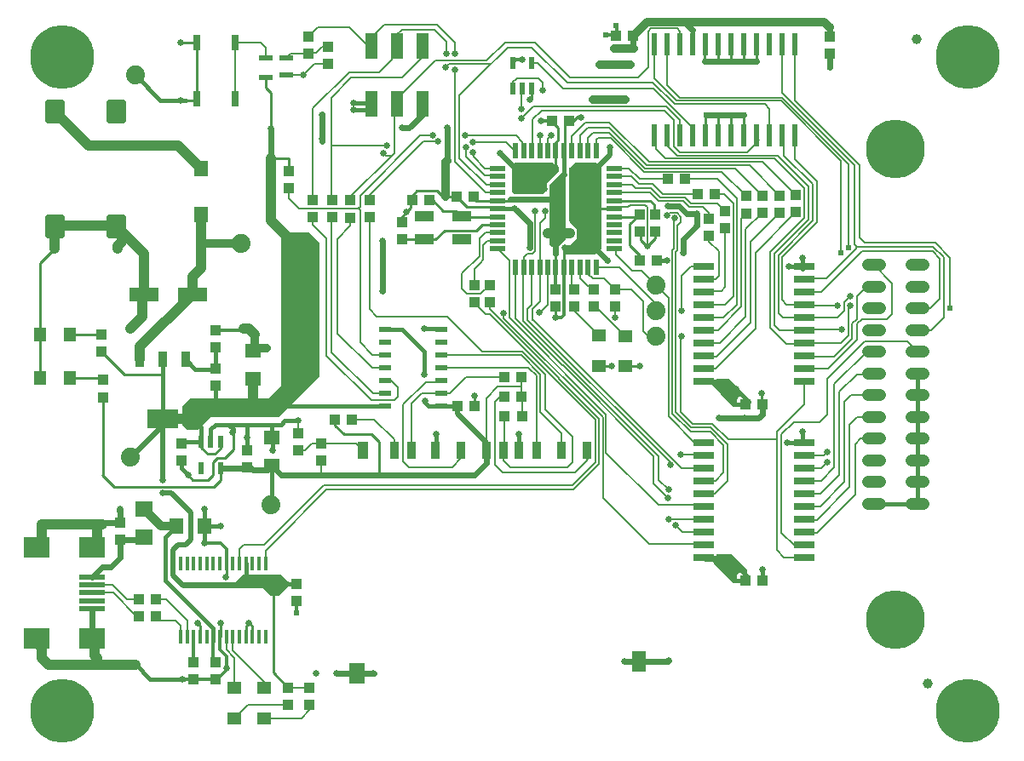
<source format=gbr>
G04 EAGLE Gerber RS-274X export*
G75*
%MOMM*%
%FSLAX34Y34*%
%LPD*%
%INTop Copper*%
%IPPOS*%
%AMOC8*
5,1,8,0,0,1.08239X$1,22.5*%
G01*
%ADD10R,1.000000X1.100000*%
%ADD11R,1.100000X1.000000*%
%ADD12C,1.000000*%
%ADD13R,1.400000X1.200000*%
%ADD14R,0.762000X1.524000*%
%ADD15R,1.200000X0.600000*%
%ADD16R,0.900000X1.800000*%
%ADD17R,1.400000X2.000000*%
%ADD18R,1.527000X2.000000*%
%ADD19R,1.100000X1.800000*%
%ADD20R,1.400000X1.600000*%
%ADD21R,1.800000X1.600000*%
%ADD22R,0.550000X1.200000*%
%ADD23R,1.500000X0.500000*%
%ADD24R,0.500000X1.500000*%
%ADD25R,1.600000X1.400000*%
%ADD26R,3.000000X1.400000*%
%ADD27R,0.812800X1.524000*%
%ADD28R,3.124200X1.905000*%
%ADD29R,1.470000X1.524000*%
%ADD30C,0.600000*%
%ADD31R,1.900000X1.100000*%
%ADD32C,1.219200*%
%ADD33C,5.842000*%
%ADD34R,1.200000X1.400000*%
%ADD35R,1.270000X2.540000*%
%ADD36R,2.032000X0.660400*%
%ADD37C,6.350000*%
%ADD38R,2.500000X0.500000*%
%ADD39R,2.500000X2.000000*%
%ADD40C,1.879600*%
%ADD41R,0.348000X1.397000*%
%ADD42R,1.320800X0.558800*%
%ADD43R,0.558800X2.311400*%
%ADD44C,0.127000*%
%ADD45C,0.635000*%
%ADD46C,0.177800*%
%ADD47C,0.150000*%
%ADD48C,0.254000*%
%ADD49C,0.406400*%
%ADD50C,0.609600*%
%ADD51C,1.016000*%
%ADD52C,0.508000*%
%ADD53C,0.304800*%
%ADD54C,0.812800*%
%ADD55C,0.604000*%
%ADD56C,0.152400*%
%ADD57C,0.200000*%

G36*
X185042Y329373D02*
X185042Y329373D01*
X185084Y329371D01*
X185151Y329393D01*
X185221Y329405D01*
X185257Y329427D01*
X185298Y329440D01*
X185371Y329494D01*
X185414Y329520D01*
X185427Y329536D01*
X185448Y329552D01*
X197763Y341866D01*
X265000Y341866D01*
X265042Y341873D01*
X265084Y341871D01*
X265151Y341893D01*
X265221Y341905D01*
X265257Y341927D01*
X265298Y341940D01*
X265371Y341994D01*
X265414Y342020D01*
X265427Y342036D01*
X265448Y342052D01*
X305448Y382052D01*
X305473Y382086D01*
X305504Y382115D01*
X305536Y382178D01*
X305577Y382236D01*
X305587Y382277D01*
X305607Y382315D01*
X305620Y382404D01*
X305633Y382453D01*
X305630Y382474D01*
X305634Y382500D01*
X305634Y515000D01*
X305627Y515042D01*
X305629Y515084D01*
X305607Y515151D01*
X305595Y515221D01*
X305573Y515257D01*
X305560Y515298D01*
X305506Y515371D01*
X305480Y515414D01*
X305464Y515427D01*
X305448Y515448D01*
X295448Y525448D01*
X295414Y525473D01*
X295385Y525504D01*
X295322Y525536D01*
X295264Y525577D01*
X295223Y525587D01*
X295185Y525607D01*
X295096Y525620D01*
X295047Y525633D01*
X295026Y525630D01*
X295000Y525634D01*
X273000Y525634D01*
X272958Y525627D01*
X272916Y525629D01*
X272849Y525607D01*
X272779Y525595D01*
X272743Y525573D01*
X272702Y525560D01*
X272629Y525506D01*
X272586Y525480D01*
X272573Y525464D01*
X272552Y525448D01*
X267552Y520448D01*
X267527Y520414D01*
X267496Y520385D01*
X267464Y520322D01*
X267423Y520264D01*
X267413Y520223D01*
X267393Y520185D01*
X267380Y520096D01*
X267368Y520047D01*
X267370Y520026D01*
X267366Y520000D01*
X267366Y373263D01*
X254737Y360634D01*
X177500Y360634D01*
X177458Y360627D01*
X177416Y360629D01*
X177349Y360607D01*
X177279Y360595D01*
X177243Y360573D01*
X177202Y360560D01*
X177129Y360506D01*
X177086Y360480D01*
X177073Y360464D01*
X177052Y360448D01*
X169552Y352948D01*
X169527Y352914D01*
X169496Y352885D01*
X169464Y352822D01*
X169423Y352764D01*
X169413Y352723D01*
X169393Y352685D01*
X169380Y352596D01*
X169368Y352547D01*
X169370Y352526D01*
X169366Y352500D01*
X169366Y335000D01*
X169373Y334958D01*
X169371Y334916D01*
X169393Y334849D01*
X169405Y334779D01*
X169427Y334743D01*
X169440Y334702D01*
X169494Y334629D01*
X169520Y334586D01*
X169536Y334573D01*
X169552Y334552D01*
X174552Y329552D01*
X174586Y329527D01*
X174615Y329496D01*
X174678Y329464D01*
X174736Y329423D01*
X174777Y329413D01*
X174815Y329393D01*
X174904Y329380D01*
X174953Y329368D01*
X174974Y329370D01*
X175000Y329366D01*
X185000Y329366D01*
X185042Y329373D01*
G37*
G36*
X580090Y504254D02*
X580090Y504254D01*
X580181Y504261D01*
X580211Y504273D01*
X580243Y504279D01*
X580323Y504321D01*
X580407Y504357D01*
X580439Y504383D01*
X580460Y504394D01*
X580482Y504417D01*
X580538Y504462D01*
X585538Y509462D01*
X585591Y509536D01*
X585651Y509605D01*
X585663Y509635D01*
X585682Y509661D01*
X585709Y509748D01*
X585743Y509833D01*
X585747Y509874D01*
X585754Y509897D01*
X585753Y509929D01*
X585761Y510000D01*
X585761Y590000D01*
X585747Y590090D01*
X585739Y590181D01*
X585727Y590211D01*
X585722Y590243D01*
X585679Y590323D01*
X585643Y590407D01*
X585617Y590439D01*
X585606Y590460D01*
X585583Y590482D01*
X585538Y590538D01*
X580538Y595538D01*
X580464Y595591D01*
X580395Y595651D01*
X580365Y595663D01*
X580339Y595682D01*
X580252Y595709D01*
X580167Y595743D01*
X580126Y595747D01*
X580103Y595754D01*
X580071Y595753D01*
X580000Y595761D01*
X560000Y595761D01*
X559910Y595747D01*
X559819Y595739D01*
X559789Y595727D01*
X559757Y595722D01*
X559677Y595679D01*
X559593Y595643D01*
X559561Y595617D01*
X559540Y595606D01*
X559518Y595583D01*
X559462Y595538D01*
X554462Y590538D01*
X554409Y590464D01*
X554349Y590395D01*
X554337Y590365D01*
X554318Y590339D01*
X554291Y590252D01*
X554257Y590167D01*
X554253Y590126D01*
X554246Y590103D01*
X554247Y590071D01*
X554239Y590000D01*
X554239Y537000D01*
X554254Y536910D01*
X554261Y536819D01*
X554273Y536789D01*
X554279Y536757D01*
X554321Y536677D01*
X554357Y536593D01*
X554383Y536561D01*
X554394Y536540D01*
X554417Y536518D01*
X554445Y536482D01*
X554446Y536482D01*
X554446Y536481D01*
X554462Y536462D01*
X561739Y529185D01*
X561739Y520315D01*
X549462Y508038D01*
X549409Y507964D01*
X549349Y507895D01*
X549337Y507865D01*
X549318Y507839D01*
X549291Y507752D01*
X549257Y507667D01*
X549253Y507626D01*
X549246Y507603D01*
X549247Y507571D01*
X549239Y507500D01*
X549239Y505000D01*
X549242Y504980D01*
X549240Y504961D01*
X549262Y504859D01*
X549279Y504757D01*
X549288Y504740D01*
X549292Y504720D01*
X549345Y504631D01*
X549394Y504540D01*
X549408Y504526D01*
X549418Y504509D01*
X549497Y504442D01*
X549572Y504371D01*
X549590Y504362D01*
X549605Y504349D01*
X549701Y504310D01*
X549795Y504267D01*
X549815Y504265D01*
X549833Y504257D01*
X550000Y504239D01*
X580000Y504239D01*
X580090Y504254D01*
G37*
G36*
X527590Y564254D02*
X527590Y564254D01*
X527681Y564261D01*
X527711Y564273D01*
X527743Y564279D01*
X527823Y564321D01*
X527907Y564357D01*
X527939Y564383D01*
X527960Y564394D01*
X527982Y564417D01*
X528038Y564462D01*
X531538Y567962D01*
X531591Y568036D01*
X531651Y568105D01*
X531663Y568135D01*
X531682Y568161D01*
X531709Y568248D01*
X531743Y568333D01*
X531747Y568374D01*
X531754Y568397D01*
X531753Y568429D01*
X531761Y568500D01*
X531761Y574685D01*
X543038Y585962D01*
X543091Y586036D01*
X543151Y586105D01*
X543163Y586135D01*
X543182Y586161D01*
X543209Y586248D01*
X543243Y586333D01*
X543247Y586374D01*
X543254Y586397D01*
X543253Y586429D01*
X543261Y586500D01*
X543261Y590000D01*
X543247Y590090D01*
X543239Y590181D01*
X543227Y590211D01*
X543222Y590243D01*
X543179Y590323D01*
X543143Y590407D01*
X543117Y590439D01*
X543106Y590460D01*
X543083Y590482D01*
X543038Y590538D01*
X538038Y595538D01*
X537964Y595591D01*
X537895Y595651D01*
X537865Y595663D01*
X537839Y595682D01*
X537752Y595709D01*
X537667Y595743D01*
X537626Y595747D01*
X537603Y595754D01*
X537571Y595753D01*
X537500Y595761D01*
X500000Y595761D01*
X499910Y595747D01*
X499819Y595739D01*
X499789Y595727D01*
X499757Y595722D01*
X499677Y595679D01*
X499593Y595643D01*
X499561Y595617D01*
X499540Y595606D01*
X499518Y595583D01*
X499462Y595538D01*
X496962Y593038D01*
X496909Y592964D01*
X496849Y592895D01*
X496837Y592865D01*
X496818Y592839D01*
X496791Y592752D01*
X496757Y592667D01*
X496753Y592626D01*
X496746Y592603D01*
X496747Y592571D01*
X496739Y592500D01*
X496739Y567500D01*
X496754Y567410D01*
X496761Y567319D01*
X496773Y567289D01*
X496779Y567257D01*
X496821Y567177D01*
X496857Y567093D01*
X496883Y567061D01*
X496894Y567040D01*
X496917Y567018D01*
X496962Y566962D01*
X499462Y564462D01*
X499536Y564409D01*
X499605Y564349D01*
X499635Y564337D01*
X499661Y564318D01*
X499748Y564291D01*
X499833Y564257D01*
X499874Y564253D01*
X499897Y564246D01*
X499929Y564247D01*
X500000Y564239D01*
X527500Y564239D01*
X527590Y564254D01*
G37*
G36*
X265042Y164373D02*
X265042Y164373D01*
X265084Y164371D01*
X265151Y164393D01*
X265221Y164405D01*
X265257Y164427D01*
X265298Y164440D01*
X265371Y164494D01*
X265414Y164520D01*
X265427Y164536D01*
X265448Y164552D01*
X274773Y173877D01*
X274798Y173911D01*
X274829Y173940D01*
X274861Y174003D01*
X274902Y174061D01*
X274912Y174102D01*
X274932Y174140D01*
X274945Y174229D01*
X274958Y174278D01*
X274955Y174299D01*
X274959Y174325D01*
X274959Y174731D01*
X275000Y174731D01*
X275065Y174742D01*
X275131Y174744D01*
X275174Y174762D01*
X275221Y174770D01*
X275278Y174804D01*
X275338Y174829D01*
X275373Y174861D01*
X275414Y174885D01*
X275456Y174936D01*
X275504Y174980D01*
X275526Y175022D01*
X275555Y175059D01*
X275576Y175121D01*
X275607Y175180D01*
X275615Y175234D01*
X275627Y175271D01*
X275626Y175311D01*
X275634Y175365D01*
X275634Y176635D01*
X275623Y176700D01*
X275621Y176765D01*
X275603Y176809D01*
X275595Y176856D01*
X275561Y176913D01*
X275536Y176973D01*
X275505Y177008D01*
X275480Y177049D01*
X275429Y177090D01*
X275385Y177139D01*
X275343Y177161D01*
X275306Y177190D01*
X275244Y177211D01*
X275185Y177241D01*
X275131Y177250D01*
X275094Y177262D01*
X275054Y177261D01*
X275000Y177269D01*
X274959Y177269D01*
X274959Y178175D01*
X274952Y178217D01*
X274954Y178259D01*
X274932Y178326D01*
X274920Y178396D01*
X274898Y178432D01*
X274885Y178473D01*
X274831Y178546D01*
X274805Y178589D01*
X274789Y178602D01*
X274773Y178623D01*
X267948Y185448D01*
X267914Y185473D01*
X267885Y185504D01*
X267822Y185536D01*
X267764Y185577D01*
X267723Y185587D01*
X267685Y185607D01*
X267596Y185620D01*
X267547Y185633D01*
X267526Y185630D01*
X267500Y185634D01*
X230000Y185634D01*
X229958Y185627D01*
X229916Y185629D01*
X229849Y185607D01*
X229779Y185595D01*
X229743Y185573D01*
X229702Y185560D01*
X229629Y185506D01*
X229586Y185480D01*
X229573Y185464D01*
X229552Y185448D01*
X222237Y178134D01*
X170000Y178134D01*
X169935Y178123D01*
X169869Y178121D01*
X169826Y178103D01*
X169779Y178095D01*
X169722Y178061D01*
X169662Y178036D01*
X169627Y178005D01*
X169586Y177980D01*
X169545Y177929D01*
X169496Y177885D01*
X169474Y177843D01*
X169445Y177806D01*
X169424Y177744D01*
X169393Y177685D01*
X169385Y177631D01*
X169373Y177594D01*
X169374Y177554D01*
X169366Y177500D01*
X169366Y172500D01*
X169377Y172435D01*
X169379Y172369D01*
X169397Y172326D01*
X169405Y172279D01*
X169439Y172222D01*
X169464Y172162D01*
X169495Y172127D01*
X169520Y172086D01*
X169571Y172045D01*
X169615Y171996D01*
X169657Y171974D01*
X169694Y171945D01*
X169756Y171924D01*
X169815Y171893D01*
X169869Y171885D01*
X169906Y171873D01*
X169946Y171874D01*
X170000Y171866D01*
X249737Y171866D01*
X257052Y164552D01*
X257086Y164527D01*
X257115Y164496D01*
X257178Y164464D01*
X257236Y164423D01*
X257277Y164413D01*
X257315Y164393D01*
X257404Y164380D01*
X257453Y164368D01*
X257474Y164370D01*
X257500Y164366D01*
X265000Y164366D01*
X265042Y164373D01*
G37*
G36*
X542590Y511754D02*
X542590Y511754D01*
X542681Y511761D01*
X542711Y511773D01*
X542743Y511779D01*
X542823Y511821D01*
X542907Y511857D01*
X542939Y511883D01*
X542960Y511894D01*
X542982Y511917D01*
X543038Y511962D01*
X550538Y519462D01*
X550591Y519536D01*
X550651Y519605D01*
X550663Y519635D01*
X550682Y519661D01*
X550709Y519748D01*
X550743Y519833D01*
X550747Y519874D01*
X550754Y519897D01*
X550753Y519929D01*
X550761Y520000D01*
X550761Y587500D01*
X550750Y587571D01*
X550748Y587642D01*
X550730Y587691D01*
X550722Y587743D01*
X550688Y587806D01*
X550663Y587873D01*
X550631Y587914D01*
X550606Y587960D01*
X550555Y588009D01*
X550510Y588065D01*
X550466Y588094D01*
X550428Y588130D01*
X550363Y588160D01*
X550303Y588198D01*
X550252Y588211D01*
X550205Y588233D01*
X550134Y588241D01*
X550064Y588259D01*
X550012Y588254D01*
X549961Y588260D01*
X549890Y588245D01*
X549819Y588239D01*
X549771Y588219D01*
X549720Y588208D01*
X549659Y588171D01*
X549593Y588143D01*
X549537Y588098D01*
X549509Y588082D01*
X549494Y588064D01*
X549462Y588038D01*
X534462Y573038D01*
X534409Y572964D01*
X534349Y572895D01*
X534337Y572865D01*
X534318Y572839D01*
X534291Y572752D01*
X534257Y572667D01*
X534253Y572626D01*
X534246Y572603D01*
X534247Y572571D01*
X534239Y572500D01*
X534239Y515000D01*
X534254Y514910D01*
X534261Y514819D01*
X534273Y514789D01*
X534279Y514757D01*
X534321Y514677D01*
X534357Y514593D01*
X534383Y514561D01*
X534394Y514540D01*
X534417Y514518D01*
X534462Y514462D01*
X536962Y511962D01*
X537036Y511909D01*
X537105Y511849D01*
X537135Y511837D01*
X537161Y511818D01*
X537248Y511791D01*
X537333Y511757D01*
X537374Y511753D01*
X537397Y511746D01*
X537429Y511747D01*
X537500Y511739D01*
X542500Y511739D01*
X542590Y511754D01*
G37*
G36*
X720390Y176877D02*
X720390Y176877D01*
X720456Y176879D01*
X720499Y176897D01*
X720546Y176905D01*
X720603Y176939D01*
X720663Y176964D01*
X720698Y176995D01*
X720739Y177020D01*
X720781Y177071D01*
X720829Y177115D01*
X720851Y177157D01*
X720880Y177194D01*
X720901Y177256D01*
X720932Y177315D01*
X720940Y177369D01*
X720952Y177406D01*
X720951Y177446D01*
X720959Y177500D01*
X720959Y178731D01*
X728365Y178731D01*
X728430Y178742D01*
X728495Y178744D01*
X728539Y178762D01*
X728586Y178770D01*
X728642Y178804D01*
X728703Y178829D01*
X728738Y178861D01*
X728779Y178885D01*
X728820Y178936D01*
X728869Y178980D01*
X728891Y179022D01*
X728920Y179059D01*
X728941Y179121D01*
X728971Y179180D01*
X728980Y179234D01*
X728992Y179271D01*
X728991Y179306D01*
X728992Y179309D01*
X728992Y179317D01*
X728999Y179365D01*
X728999Y180001D01*
X729635Y180001D01*
X729700Y180013D01*
X729765Y180014D01*
X729809Y180032D01*
X729856Y180041D01*
X729913Y180074D01*
X729973Y180099D01*
X730008Y180131D01*
X730049Y180155D01*
X730090Y180206D01*
X730139Y180250D01*
X730161Y180292D01*
X730190Y180329D01*
X730211Y180391D01*
X730241Y180450D01*
X730250Y180504D01*
X730262Y180541D01*
X730261Y180575D01*
X730262Y180578D01*
X730262Y180587D01*
X730269Y180635D01*
X730269Y187609D01*
X730278Y187614D01*
X730338Y187639D01*
X730373Y187670D01*
X730414Y187694D01*
X730456Y187746D01*
X730504Y187790D01*
X730526Y187832D01*
X730555Y187869D01*
X730576Y187931D01*
X730607Y187990D01*
X730615Y188044D01*
X730627Y188081D01*
X730626Y188121D01*
X730634Y188175D01*
X730634Y190000D01*
X730627Y190042D01*
X730629Y190084D01*
X730607Y190151D01*
X730595Y190221D01*
X730573Y190257D01*
X730560Y190298D01*
X730506Y190371D01*
X730480Y190414D01*
X730464Y190427D01*
X730448Y190448D01*
X715448Y205448D01*
X715414Y205473D01*
X715385Y205504D01*
X715322Y205536D01*
X715264Y205577D01*
X715223Y205587D01*
X715185Y205607D01*
X715096Y205620D01*
X715047Y205633D01*
X715026Y205630D01*
X715000Y205634D01*
X700543Y205634D01*
X700478Y205623D01*
X700412Y205621D01*
X700369Y205603D01*
X700322Y205595D01*
X700265Y205561D01*
X700205Y205536D01*
X700170Y205505D01*
X700129Y205480D01*
X700087Y205429D01*
X700039Y205385D01*
X700017Y205343D01*
X699988Y205306D01*
X699967Y205244D01*
X699936Y205185D01*
X699928Y205131D01*
X699916Y205094D01*
X699917Y205054D01*
X699909Y205000D01*
X699909Y204119D01*
X694470Y204119D01*
X694418Y204110D01*
X694364Y204110D01*
X694295Y204088D01*
X694249Y204079D01*
X694223Y204064D01*
X694186Y204052D01*
X692216Y203067D01*
X692172Y203034D01*
X692123Y203010D01*
X692083Y202968D01*
X692037Y202933D01*
X692007Y202887D01*
X691969Y202847D01*
X691946Y202793D01*
X691915Y202745D01*
X691903Y202691D01*
X691881Y202640D01*
X691879Y202582D01*
X691866Y202526D01*
X691874Y202471D01*
X691871Y202416D01*
X691889Y202361D01*
X691897Y202303D01*
X691923Y202255D01*
X691940Y202202D01*
X691982Y202146D01*
X692003Y202106D01*
X692027Y202085D01*
X692052Y202052D01*
X692336Y201767D01*
X692367Y201746D01*
X692379Y201732D01*
X692383Y201730D01*
X692400Y201711D01*
X692463Y201679D01*
X692521Y201638D01*
X692562Y201628D01*
X692600Y201608D01*
X692689Y201595D01*
X692738Y201583D01*
X692759Y201585D01*
X692785Y201581D01*
X699909Y201581D01*
X699909Y199213D01*
X699736Y198567D01*
X699401Y197988D01*
X698928Y197515D01*
X698349Y197180D01*
X698285Y197163D01*
X698279Y197161D01*
X698273Y197160D01*
X698178Y197113D01*
X698082Y197068D01*
X698078Y197063D01*
X698072Y197061D01*
X697999Y196983D01*
X697925Y196908D01*
X697922Y196902D01*
X697918Y196897D01*
X697877Y196800D01*
X697834Y196703D01*
X697833Y196697D01*
X697831Y196691D01*
X697826Y196584D01*
X697819Y196479D01*
X697821Y196473D01*
X697821Y196467D01*
X697853Y196365D01*
X697884Y196264D01*
X697887Y196259D01*
X697889Y196253D01*
X697936Y196190D01*
X697936Y196189D01*
X697938Y196187D01*
X698001Y196102D01*
X717052Y177052D01*
X717086Y177027D01*
X717115Y176996D01*
X717178Y176964D01*
X717236Y176923D01*
X717277Y176913D01*
X717315Y176893D01*
X717404Y176880D01*
X717453Y176868D01*
X717474Y176870D01*
X717500Y176866D01*
X720325Y176866D01*
X720390Y176877D01*
G37*
G36*
X728430Y354377D02*
X728430Y354377D01*
X728495Y354379D01*
X728539Y354397D01*
X728586Y354405D01*
X728642Y354439D01*
X728703Y354464D01*
X728738Y354495D01*
X728779Y354520D01*
X728820Y354571D01*
X728869Y354615D01*
X728891Y354657D01*
X728920Y354694D01*
X728941Y354756D01*
X728971Y354815D01*
X728980Y354869D01*
X728992Y354906D01*
X728991Y354946D01*
X728999Y355000D01*
X728999Y355001D01*
X729635Y355001D01*
X729700Y355013D01*
X729765Y355014D01*
X729809Y355032D01*
X729856Y355041D01*
X729913Y355074D01*
X729973Y355099D01*
X730008Y355131D01*
X730049Y355155D01*
X730090Y355206D01*
X730139Y355250D01*
X730161Y355292D01*
X730190Y355329D01*
X730211Y355391D01*
X730241Y355450D01*
X730250Y355504D01*
X730262Y355541D01*
X730261Y355581D01*
X730269Y355635D01*
X730269Y362865D01*
X730262Y362907D01*
X730264Y362949D01*
X730242Y363016D01*
X730229Y363086D01*
X730208Y363122D01*
X730195Y363163D01*
X730141Y363236D01*
X730115Y363279D01*
X730099Y363292D01*
X730083Y363314D01*
X712948Y380448D01*
X712914Y380473D01*
X712885Y380504D01*
X712822Y380536D01*
X712764Y380577D01*
X712723Y380587D01*
X712685Y380607D01*
X712596Y380620D01*
X712547Y380633D01*
X712526Y380630D01*
X712500Y380634D01*
X700543Y380634D01*
X700478Y380623D01*
X700412Y380621D01*
X700369Y380603D01*
X700322Y380595D01*
X700265Y380561D01*
X700205Y380536D01*
X700170Y380505D01*
X700129Y380480D01*
X700087Y380429D01*
X700039Y380385D01*
X700017Y380343D01*
X699988Y380306D01*
X699967Y380244D01*
X699936Y380185D01*
X699928Y380131D01*
X699916Y380094D01*
X699917Y380054D01*
X699909Y380000D01*
X699909Y379119D01*
X695000Y379119D01*
X694935Y379108D01*
X694869Y379106D01*
X694826Y379088D01*
X694779Y379079D01*
X694722Y379046D01*
X694662Y379021D01*
X694627Y378989D01*
X694586Y378965D01*
X694545Y378914D01*
X694496Y378870D01*
X694474Y378828D01*
X694445Y378791D01*
X694424Y378729D01*
X694393Y378670D01*
X694385Y378616D01*
X694373Y378579D01*
X694373Y378562D01*
X694373Y378561D01*
X694373Y378536D01*
X694366Y378485D01*
X694366Y377500D01*
X694373Y377458D01*
X694371Y377416D01*
X694393Y377349D01*
X694405Y377279D01*
X694427Y377243D01*
X694440Y377202D01*
X694494Y377129D01*
X694520Y377086D01*
X694536Y377073D01*
X694552Y377052D01*
X694836Y376767D01*
X694871Y376742D01*
X694900Y376711D01*
X694963Y376679D01*
X695021Y376638D01*
X695062Y376628D01*
X695100Y376608D01*
X695189Y376595D01*
X695238Y376583D01*
X695259Y376585D01*
X695285Y376581D01*
X699909Y376581D01*
X699909Y374213D01*
X699736Y373567D01*
X699375Y372943D01*
X699374Y372942D01*
X699373Y372939D01*
X699359Y372916D01*
X699350Y372891D01*
X699328Y372859D01*
X699312Y372796D01*
X699286Y372735D01*
X699285Y372710D01*
X699283Y372705D01*
X699283Y372684D01*
X699273Y372642D01*
X699279Y372577D01*
X699276Y372511D01*
X699285Y372483D01*
X699285Y372480D01*
X699290Y372468D01*
X699291Y372466D01*
X699296Y372419D01*
X699325Y372360D01*
X699345Y372297D01*
X699378Y372253D01*
X699395Y372218D01*
X699424Y372191D01*
X699457Y372146D01*
X717052Y354552D01*
X717086Y354527D01*
X717115Y354496D01*
X717178Y354464D01*
X717236Y354423D01*
X717277Y354413D01*
X717315Y354393D01*
X717404Y354380D01*
X717453Y354368D01*
X717474Y354370D01*
X717500Y354366D01*
X728365Y354366D01*
X728430Y354377D01*
G37*
%LPC*%
G36*
X720959Y356269D02*
X720959Y356269D01*
X720959Y360335D01*
X721132Y360981D01*
X721467Y361560D01*
X721940Y362033D01*
X722519Y362368D01*
X723165Y362541D01*
X727731Y362541D01*
X727731Y356269D01*
X720959Y356269D01*
G37*
%LPD*%
%LPC*%
G36*
X720959Y181269D02*
X720959Y181269D01*
X720959Y185335D01*
X721132Y185981D01*
X721467Y186560D01*
X721940Y187033D01*
X722519Y187368D01*
X723165Y187541D01*
X727731Y187541D01*
X727731Y181269D01*
X720959Y181269D01*
G37*
%LPD*%
D10*
X639420Y543900D03*
X639420Y526900D03*
X559320Y469300D03*
X559320Y452300D03*
X314450Y710400D03*
X314450Y693400D03*
D11*
X537100Y636700D03*
X554100Y636700D03*
D12*
X910200Y76920D03*
X899300Y718120D03*
D13*
X583870Y423300D03*
X583870Y393300D03*
D14*
X183750Y658760D03*
X183750Y714640D03*
X221850Y658760D03*
X221850Y714640D03*
D11*
X489900Y343500D03*
X506900Y343500D03*
X337900Y339500D03*
X320900Y339500D03*
X489400Y362400D03*
X506400Y362400D03*
D15*
X427200Y353300D03*
X427200Y366000D03*
X427200Y378700D03*
X427200Y391400D03*
X427200Y404100D03*
X427200Y416800D03*
X427200Y429500D03*
X371200Y429500D03*
X371200Y416800D03*
X371200Y404100D03*
X371200Y391400D03*
X371200Y378700D03*
X371200Y366000D03*
X371200Y353300D03*
D11*
X489400Y381900D03*
X506400Y381900D03*
D16*
X546300Y309200D03*
X521300Y309200D03*
X503800Y309200D03*
X488800Y309200D03*
X471300Y309200D03*
X446300Y309200D03*
X421300Y309200D03*
X397100Y309200D03*
X380100Y309200D03*
D17*
X623560Y99200D03*
D18*
X342710Y87700D03*
D19*
X348600Y309200D03*
D16*
X571300Y309200D03*
D10*
X107300Y220600D03*
X107300Y237600D03*
X274600Y73400D03*
X274600Y56400D03*
X475100Y473900D03*
X475100Y456900D03*
X459600Y473900D03*
X459600Y456900D03*
X202700Y98400D03*
X202700Y81400D03*
D20*
X191600Y234000D03*
X163600Y234000D03*
D11*
X126600Y161500D03*
X143600Y161500D03*
X126600Y144000D03*
X143600Y144000D03*
D10*
X180400Y98600D03*
X180400Y81600D03*
D13*
X221000Y42700D03*
X221000Y72700D03*
X251000Y42700D03*
X251000Y72700D03*
D21*
X131500Y222600D03*
X131500Y250600D03*
D22*
X497700Y668799D03*
X507200Y668799D03*
X516700Y668799D03*
X516700Y694801D03*
X497700Y694801D03*
D23*
X482700Y589600D03*
X482700Y581600D03*
X482700Y573600D03*
X482700Y565600D03*
X482700Y557600D03*
X482700Y549600D03*
X482700Y541600D03*
X482700Y533600D03*
X482700Y525600D03*
X482700Y517600D03*
X482700Y509600D03*
D24*
X500700Y491600D03*
X508700Y491600D03*
X516700Y491600D03*
X524700Y491600D03*
X532700Y491600D03*
X540700Y491600D03*
X548700Y491600D03*
X556700Y491600D03*
X564700Y491600D03*
X572700Y491600D03*
X580700Y491600D03*
D23*
X598700Y509600D03*
X598700Y517600D03*
X598700Y525600D03*
X598700Y533600D03*
X598700Y541600D03*
X598700Y549600D03*
X598700Y557600D03*
X598700Y565600D03*
X598700Y573600D03*
X598700Y581600D03*
X598700Y589600D03*
D24*
X580700Y607600D03*
X572700Y607600D03*
X564700Y607600D03*
X556700Y607600D03*
X548700Y607600D03*
X540700Y607600D03*
X532700Y607600D03*
X524700Y607600D03*
X516700Y607600D03*
X508700Y607600D03*
X500700Y607600D03*
D11*
X641200Y498000D03*
X624200Y498000D03*
D10*
X540600Y452200D03*
X540600Y469200D03*
D11*
X441800Y561200D03*
X458800Y561200D03*
D10*
X623700Y543800D03*
X623700Y526800D03*
D25*
X239900Y408600D03*
X239900Y380600D03*
D10*
X168500Y316400D03*
X168500Y299400D03*
D26*
X179500Y464500D03*
X131500Y464500D03*
D22*
X207300Y317601D03*
X197800Y317601D03*
X188300Y317601D03*
X188300Y291599D03*
X207300Y291599D03*
D10*
X234000Y292100D03*
X234000Y309100D03*
D27*
X172507Y400200D03*
X149800Y400200D03*
X126915Y400200D03*
D28*
X149800Y340790D03*
D10*
X202500Y428800D03*
X202500Y411800D03*
X202500Y390300D03*
X202500Y373300D03*
D25*
X258300Y321800D03*
X258300Y293800D03*
D29*
X188300Y589370D03*
X188300Y543830D03*
D30*
X49600Y637400D02*
X35600Y637400D01*
X35600Y655400D01*
X49600Y655400D01*
X49600Y637400D01*
X49600Y643100D02*
X35600Y643100D01*
X35600Y648800D02*
X49600Y648800D01*
X49600Y654500D02*
X35600Y654500D01*
X35600Y523400D02*
X49600Y523400D01*
X35600Y523400D02*
X35600Y541400D01*
X49600Y541400D01*
X49600Y523400D01*
X49600Y529100D02*
X35600Y529100D01*
X35600Y534800D02*
X49600Y534800D01*
X49600Y540500D02*
X35600Y540500D01*
X96600Y637400D02*
X110600Y637400D01*
X96600Y637400D02*
X96600Y655400D01*
X110600Y655400D01*
X110600Y637400D01*
X110600Y643100D02*
X96600Y643100D01*
X96600Y648800D02*
X110600Y648800D01*
X110600Y654500D02*
X96600Y654500D01*
X96600Y523400D02*
X110600Y523400D01*
X96600Y523400D02*
X96600Y541400D01*
X110600Y541400D01*
X110600Y523400D01*
X110600Y529100D02*
X96600Y529100D01*
X96600Y534800D02*
X110600Y534800D01*
X110600Y540500D02*
X96600Y540500D01*
D31*
X447000Y541800D03*
X410000Y518800D03*
X447000Y518800D03*
X410000Y541800D03*
D11*
X397700Y558000D03*
X414700Y558000D03*
D10*
X388100Y535800D03*
X388100Y518800D03*
D32*
X850614Y493745D02*
X862806Y493745D01*
X862806Y472155D02*
X850614Y472155D01*
X850614Y450565D02*
X862806Y450565D01*
X862806Y428975D02*
X850614Y428975D01*
X850614Y407385D02*
X862806Y407385D01*
X862806Y385795D02*
X850614Y385795D01*
X850614Y364205D02*
X862806Y364205D01*
X862806Y342615D02*
X850614Y342615D01*
X850614Y321025D02*
X862806Y321025D01*
X862806Y299435D02*
X850614Y299435D01*
X850614Y277845D02*
X862806Y277845D01*
X862806Y256255D02*
X850614Y256255D01*
X893794Y493745D02*
X905986Y493745D01*
X905986Y472155D02*
X893794Y472155D01*
X893794Y450565D02*
X905986Y450565D01*
X905986Y428975D02*
X893794Y428975D01*
X893794Y407385D02*
X905986Y407385D01*
X905986Y385795D02*
X893794Y385795D01*
X893794Y364205D02*
X905986Y364205D01*
X905986Y342615D02*
X893794Y342615D01*
X893794Y321025D02*
X905986Y321025D01*
X905986Y299435D02*
X893794Y299435D01*
X893794Y277845D02*
X905986Y277845D01*
X905986Y256255D02*
X893794Y256255D01*
D33*
X878300Y608934D03*
X878300Y141066D03*
D10*
X296000Y73100D03*
X296000Y56100D03*
X89400Y424100D03*
X89400Y407100D03*
D34*
X58100Y424800D03*
X28100Y424800D03*
D10*
X90300Y379100D03*
X90300Y362100D03*
D34*
X58100Y381400D03*
X28100Y381400D03*
D10*
X578200Y469600D03*
X578200Y452600D03*
D13*
X609500Y423100D03*
X609500Y393100D03*
D11*
X600600Y721400D03*
X617600Y721400D03*
D10*
X812500Y703400D03*
X812500Y720400D03*
X355600Y540900D03*
X355600Y557900D03*
X318700Y540900D03*
X318700Y557900D03*
X299300Y540900D03*
X299300Y557900D03*
X336500Y540800D03*
X336500Y557800D03*
X275400Y586700D03*
X275400Y569700D03*
D11*
X746000Y180000D03*
X729000Y180000D03*
X443000Y353000D03*
X460000Y353000D03*
D10*
X307500Y299000D03*
X307500Y316000D03*
X285000Y309000D03*
X285000Y326000D03*
D35*
X407900Y711000D03*
X407900Y654000D03*
X382500Y711000D03*
X382500Y654000D03*
X357100Y711000D03*
X357100Y654000D03*
D36*
X787792Y377850D03*
X787792Y390550D03*
X787792Y403250D03*
X787792Y415950D03*
X787792Y428650D03*
X787792Y441350D03*
X787792Y454050D03*
X787792Y466750D03*
X687208Y466750D03*
X687208Y454050D03*
X687208Y441350D03*
X687208Y428650D03*
X687208Y415950D03*
X687208Y403250D03*
X687208Y390550D03*
X687208Y377850D03*
X787792Y479450D03*
X787792Y492150D03*
X687208Y479450D03*
X687208Y492150D03*
X787792Y202850D03*
X787792Y215550D03*
X787792Y228250D03*
X787792Y240950D03*
X787792Y253650D03*
X787792Y266350D03*
X787792Y279050D03*
X787792Y291750D03*
X687208Y291750D03*
X687208Y279050D03*
X687208Y266350D03*
X687208Y253650D03*
X687208Y240950D03*
X687208Y228250D03*
X687208Y215550D03*
X687208Y202850D03*
X787792Y304450D03*
X787792Y317150D03*
X687208Y304450D03*
X687208Y317150D03*
D11*
X746000Y355000D03*
X729000Y355000D03*
D10*
X599500Y469000D03*
X599500Y452000D03*
D37*
X50000Y50000D03*
X950000Y50000D03*
X950000Y700000D03*
X50000Y700000D03*
D38*
X80000Y167500D03*
X80000Y175500D03*
X80000Y151500D03*
X80000Y159500D03*
D39*
X25000Y122500D03*
X25000Y212500D03*
X80000Y122500D03*
X80000Y212500D03*
D38*
X80000Y183500D03*
D40*
X227500Y515000D03*
X117500Y302500D03*
X257500Y255000D03*
X122500Y682500D03*
D41*
X252250Y123440D03*
X245750Y123440D03*
X239250Y123440D03*
X232750Y123440D03*
X226250Y123440D03*
X219750Y123440D03*
X213250Y123440D03*
X200250Y123440D03*
X206750Y123440D03*
X193750Y123440D03*
X187250Y123440D03*
X180750Y123440D03*
X174250Y123440D03*
X167750Y123440D03*
X252250Y196560D03*
X245750Y196560D03*
X239250Y196560D03*
X232750Y196560D03*
X226250Y196560D03*
X219750Y196560D03*
X213250Y196560D03*
X206750Y196560D03*
X200250Y196560D03*
X193750Y196560D03*
X187250Y196560D03*
X180750Y196560D03*
X174250Y196560D03*
X167750Y196560D03*
D40*
X640000Y422500D03*
X640000Y447900D03*
X640000Y473300D03*
D10*
X282500Y176000D03*
X282500Y159000D03*
D42*
X272660Y682253D03*
X272660Y699652D03*
X252340Y699652D03*
X252340Y680348D03*
D10*
X295000Y721000D03*
X295000Y704000D03*
X779000Y546000D03*
X779000Y563000D03*
X763000Y545500D03*
X763000Y562500D03*
X746000Y545500D03*
X746000Y562500D03*
X730000Y545000D03*
X730000Y562000D03*
D11*
X669000Y579000D03*
X652000Y579000D03*
X698500Y564000D03*
X681500Y564000D03*
D10*
X709000Y530500D03*
X709000Y547500D03*
X693000Y522500D03*
X693000Y539500D03*
D43*
X638650Y622788D03*
X651350Y622788D03*
X664050Y622788D03*
X676750Y622788D03*
X689450Y622788D03*
X702150Y622788D03*
X714850Y622788D03*
X727550Y622788D03*
X740250Y622788D03*
X752950Y622788D03*
X765650Y622788D03*
X778350Y622788D03*
X778350Y713212D03*
X765650Y713212D03*
X752950Y713212D03*
X740250Y713212D03*
X727550Y713212D03*
X714850Y713212D03*
X702150Y713212D03*
X689450Y713212D03*
X676750Y713212D03*
X664050Y713212D03*
X651350Y713212D03*
X638650Y713212D03*
D44*
X336500Y561500D02*
X336500Y557800D01*
X336500Y561500D02*
X377500Y602500D01*
X380000Y605000D01*
X470200Y589600D02*
X482700Y589600D01*
X470200Y589600D02*
X458800Y601000D01*
D45*
X458000Y606000D03*
X369000Y605000D03*
D44*
X371500Y602500D02*
X377500Y602500D01*
X371500Y602500D02*
X369000Y605000D01*
X458000Y606000D02*
X458800Y605200D01*
X458800Y601000D01*
X472000Y697000D02*
X490000Y715000D01*
X472000Y697000D02*
X421000Y697000D01*
X382500Y658500D01*
X382500Y654000D01*
D46*
X380000Y651500D01*
D44*
X380000Y605000D01*
X635500Y729000D02*
X661000Y729000D01*
X664050Y725950D02*
X664050Y713212D01*
X664050Y725950D02*
X661000Y729000D01*
D47*
X635500Y729000D02*
X632500Y726000D01*
X520000Y715000D02*
X490000Y715000D01*
X520000Y715000D02*
X555000Y680000D01*
X622500Y680000D01*
X632500Y690000D01*
X632500Y726000D01*
D44*
X317500Y611989D02*
X317500Y559100D01*
X317500Y660000D02*
X337500Y680000D01*
X387500Y680000D01*
X407900Y700400D02*
X407900Y711000D01*
X317500Y660000D02*
X317500Y611989D01*
X387500Y680000D02*
X407900Y700400D01*
X317500Y559100D02*
X318700Y557900D01*
X481800Y582500D02*
X482700Y581600D01*
X481800Y582500D02*
X470000Y582500D01*
X451000Y601500D01*
X451000Y610500D01*
D45*
X451000Y610500D03*
X372750Y611989D03*
D44*
X317500Y611989D01*
X382000Y710500D02*
X382500Y711000D01*
X382000Y710500D02*
X377500Y706000D01*
X377500Y697500D01*
X365000Y685000D01*
X335000Y685000D01*
X299300Y649300D02*
X299300Y557900D01*
X299300Y649300D02*
X335000Y685000D01*
X471400Y573600D02*
X482700Y573600D01*
X471400Y573600D02*
X445000Y600000D01*
X445000Y662500D01*
X465000Y682500D02*
X476000Y693500D01*
X465000Y682500D02*
X445000Y662500D01*
X434112Y693500D02*
X476000Y693500D01*
X434112Y693500D02*
X431000Y690388D01*
D45*
X431000Y690388D03*
X431500Y704000D03*
D44*
X431500Y716000D02*
X420000Y727500D01*
X387500Y727500D01*
X382000Y722000D02*
X382000Y710500D01*
X431500Y716000D02*
X431500Y704000D01*
X387500Y727500D02*
X382000Y722000D01*
X748401Y653599D02*
X753000Y649000D01*
D47*
X752950Y648950D01*
X752950Y622788D01*
X492500Y710000D02*
X465000Y682500D01*
D44*
X658505Y653599D02*
X748401Y653599D01*
X517000Y710000D02*
X492500Y710000D01*
X517000Y710000D02*
X552000Y675000D01*
X637104Y675000D01*
X658505Y653599D01*
D48*
X550000Y608900D02*
X548700Y607600D01*
X550000Y632600D02*
X554100Y636700D01*
X550000Y632600D02*
X550000Y608900D01*
X482700Y557600D02*
X461400Y557600D01*
X458800Y560200D01*
X458800Y561200D01*
D49*
X641200Y498000D02*
X641200Y496628D01*
D48*
X540700Y492500D02*
X540700Y491600D01*
X540700Y492500D02*
X540700Y504300D01*
X540000Y505000D01*
D50*
X540000Y525000D01*
X540000Y557500D01*
X540000Y575000D01*
X548700Y583700D01*
D49*
X548700Y607600D01*
D48*
X494144Y557600D02*
X482700Y557600D01*
X494144Y557600D02*
X495791Y559247D01*
D50*
X538253Y559247D01*
D48*
X540000Y557500D01*
X207300Y317601D02*
X207300Y311300D01*
X201500Y305500D01*
X194500Y305500D01*
X188300Y311700D01*
X188300Y317601D01*
D49*
X149800Y385000D02*
X149800Y400200D01*
X149800Y385000D02*
X149800Y340790D01*
D48*
X111500Y385000D02*
X89400Y407100D01*
X111500Y385000D02*
X149800Y385000D01*
D51*
X149800Y340790D02*
X173290Y340790D01*
X185000Y352500D01*
X202500Y352500D01*
X240000Y352500D01*
X260000Y352500D01*
X282500Y375000D01*
D49*
X179210Y340790D02*
X149800Y340790D01*
X188300Y331700D02*
X188300Y317601D01*
X188300Y331700D02*
X179210Y340790D01*
D51*
X239900Y380600D02*
X240000Y380500D01*
X240000Y352500D01*
D49*
X169701Y317601D02*
X168500Y316400D01*
X169701Y317601D02*
X188300Y317601D01*
D52*
X149800Y315200D02*
X149800Y340790D01*
D49*
X149800Y315200D02*
X150000Y315000D01*
D52*
X150000Y280000D01*
D45*
X150000Y280000D03*
X150000Y266500D03*
D51*
X257500Y537500D02*
X257500Y600000D01*
X257500Y537500D02*
X282500Y512500D01*
D48*
X275400Y586700D02*
X275400Y600000D01*
X257500Y600000D01*
D49*
X260800Y353300D02*
X371200Y353300D01*
X260800Y353300D02*
X260000Y352500D01*
D50*
X407900Y642900D02*
X407900Y654000D01*
X395000Y630000D02*
X387500Y630000D01*
D45*
X387500Y630000D03*
X257500Y629500D03*
D50*
X257500Y600000D01*
X395000Y630000D02*
X407900Y642900D01*
D48*
X554100Y636700D02*
X559200Y636700D01*
D53*
X562500Y640000D01*
X565500Y640000D01*
D45*
X565500Y640000D03*
X507473Y697500D03*
D53*
X500399Y697500D01*
D48*
X497700Y694801D01*
D51*
X282500Y480500D02*
X282500Y375000D01*
X282500Y480500D02*
X282500Y504500D01*
X282500Y512500D01*
D45*
X282500Y504500D03*
X555000Y525000D03*
D51*
X540000Y525000D01*
X290000Y492500D02*
X275000Y492500D01*
D45*
X290000Y492500D03*
X282500Y480500D03*
X542500Y525000D03*
D50*
X544000Y517500D02*
X544000Y575000D01*
D49*
X697558Y200000D02*
X717558Y180000D01*
X729000Y180000D01*
X729000Y355000D02*
X717500Y355000D01*
X695000Y377500D01*
D45*
X715000Y200000D03*
D49*
X705000Y200500D02*
X689558Y200500D01*
D45*
X720000Y370000D03*
D49*
X712500Y377500D01*
X695000Y377500D01*
X720000Y370000D02*
X732500Y357500D01*
X715000Y200000D02*
X730000Y185000D01*
X689558Y200500D02*
X687208Y202850D01*
X651000Y498000D02*
X641200Y498000D01*
D45*
X651000Y498000D03*
D49*
X202500Y373300D02*
X202500Y352500D01*
D46*
X730000Y185000D02*
X730000Y181000D01*
X729000Y180000D01*
D53*
X544000Y575000D02*
X540000Y575000D01*
D46*
X687208Y377850D02*
X687558Y377500D01*
X695000Y377500D01*
D49*
X705000Y200500D02*
X705500Y200000D01*
X715000Y200000D01*
D50*
X149800Y334800D02*
X117500Y302500D01*
D49*
X149800Y334800D02*
X149800Y340790D01*
D46*
X274600Y73400D02*
X295700Y73400D01*
X296000Y73100D01*
D52*
X158500Y266500D02*
X150000Y266500D01*
X158500Y266500D02*
X177500Y247500D01*
X177500Y220000D01*
X172500Y215000D01*
X165000Y215000D02*
X160000Y210000D01*
X160000Y185000D01*
D49*
X232750Y180250D02*
X232750Y196560D01*
D52*
X172500Y215000D02*
X165000Y215000D01*
X160000Y185000D02*
X170000Y175000D01*
X227500Y175000D01*
D49*
X232750Y180250D01*
D48*
X260000Y88000D02*
X274600Y73400D01*
X260000Y88000D02*
X260000Y167500D01*
X251500Y176000D01*
X247250Y180250D02*
X232750Y180250D01*
D53*
X540600Y469200D02*
X540600Y492400D01*
X540700Y492500D01*
D49*
X282500Y176000D02*
X251500Y176000D01*
D48*
X247250Y180250D01*
D45*
X275000Y492500D03*
X532500Y525000D03*
D51*
X540000Y525000D01*
D48*
X252340Y670160D02*
X252340Y680348D01*
X252340Y670160D02*
X257500Y665000D01*
X257500Y629500D01*
D54*
X617600Y721400D02*
X631700Y735500D01*
X668500Y735500D01*
D49*
X676750Y727250D02*
X676750Y713212D01*
D50*
X676750Y727250D02*
X668500Y735500D01*
D54*
X617600Y721400D02*
X617500Y721500D01*
D55*
X601000Y709000D03*
X618000Y709000D03*
D50*
X812500Y720400D02*
X812500Y730000D01*
D54*
X807000Y735500D01*
X668500Y735500D01*
D50*
X617600Y721400D02*
X617600Y709400D01*
X618000Y709000D01*
D54*
X618500Y709247D02*
X598500Y709247D01*
D44*
X542500Y525000D02*
X540000Y525000D01*
X618000Y709000D02*
X618253Y709000D01*
X618500Y709247D01*
D50*
X601000Y709000D02*
X600753Y709247D01*
X598500Y709247D01*
D48*
X540600Y441600D02*
X540500Y441500D01*
X540600Y441600D02*
X540600Y452200D01*
D45*
X540500Y441500D03*
X431000Y561500D03*
D53*
X525500Y637000D02*
X534500Y637000D01*
D45*
X525500Y637000D03*
D48*
X540700Y615700D02*
X540700Y607600D01*
X542500Y617500D02*
X542500Y630000D01*
X542500Y617500D02*
X540700Y615700D01*
X542500Y630000D02*
X535800Y636700D01*
X598300Y550000D02*
X598700Y549600D01*
D45*
X580000Y550000D03*
D48*
X580500Y550000D02*
X598300Y550000D01*
X580500Y550000D02*
X580000Y550000D01*
X548700Y508700D02*
X548700Y491600D01*
X548700Y508700D02*
X549000Y509000D01*
X549000Y509500D01*
X550000Y510500D01*
D45*
X550000Y510500D03*
X540000Y590000D03*
X501000Y569500D03*
D48*
X639420Y526900D02*
X639420Y519920D01*
X632000Y512500D01*
D45*
X632000Y512500D03*
D48*
X625000Y525500D02*
X623700Y526800D01*
X625000Y525500D02*
X625000Y518500D01*
X631000Y512500D01*
X632000Y512500D01*
D45*
X746000Y191000D03*
D49*
X746000Y180000D01*
D48*
X441800Y561200D02*
X431300Y561200D01*
X431000Y561500D01*
X442300Y561200D02*
X452500Y551000D01*
X442300Y561200D02*
X441800Y561200D01*
X452500Y551000D02*
X488500Y551000D01*
X388100Y541600D02*
X388100Y535800D01*
X388100Y541600D02*
X392500Y546000D01*
X396700Y557000D02*
X397700Y558000D01*
X396700Y557000D02*
X396700Y550200D01*
X392500Y546000D01*
D45*
X392500Y546000D03*
D48*
X428500Y561500D02*
X431000Y561500D01*
X428500Y561500D02*
X422500Y567500D01*
X402500Y567500D01*
X397700Y562700D01*
X397700Y558000D01*
X540000Y590000D02*
X540000Y605000D01*
D49*
X503800Y324700D02*
X503800Y309200D01*
D48*
X503800Y324700D02*
X503500Y325000D01*
D45*
X503500Y325000D03*
X422000Y325500D03*
D49*
X422000Y309900D01*
D48*
X421300Y309200D01*
X460000Y353000D02*
X460000Y363500D01*
D45*
X460000Y363500D03*
D49*
X427200Y429500D02*
X426700Y430000D01*
X410000Y430000D01*
D45*
X410000Y430000D03*
X284500Y338500D03*
D44*
X284500Y326500D01*
X285000Y326000D01*
D49*
X197800Y330300D02*
X197800Y317601D01*
X271000Y338500D02*
X284500Y338500D01*
X271000Y338500D02*
X267500Y335000D01*
X202500Y335000D02*
X197800Y330300D01*
X202500Y335000D02*
X215000Y335000D01*
X232500Y335000D01*
X257500Y335000D01*
X267500Y335000D01*
X258300Y334200D02*
X257500Y335000D01*
X234000Y333500D02*
X234000Y309100D01*
X234000Y333500D02*
X232500Y335000D01*
D51*
X131500Y464500D02*
X131500Y504500D01*
X109250Y526750D01*
X103600Y532400D01*
X42600Y532400D01*
X42600Y529900D01*
X42500Y530000D01*
D45*
X42500Y509905D03*
X105000Y510000D03*
D51*
X105000Y512500D02*
X109250Y516750D01*
X105000Y512500D02*
X105000Y510000D01*
X109250Y516750D02*
X109250Y526750D01*
X42500Y530000D02*
X42500Y509905D01*
D48*
X28100Y424800D02*
X28100Y381400D01*
X28100Y424800D02*
X28100Y495505D01*
X42500Y509905D01*
D51*
X130000Y463000D02*
X131500Y464500D01*
X130000Y463000D02*
X130000Y442500D01*
X117500Y430000D01*
D45*
X117500Y430000D03*
X230000Y430000D03*
D51*
X235410Y430000D02*
X241010Y424400D01*
X235410Y430000D02*
X230000Y430000D01*
D53*
X228800Y428800D01*
X202500Y428800D01*
D49*
X168500Y299400D02*
X168500Y291500D01*
X175000Y285000D01*
D45*
X175000Y285000D03*
D49*
X220000Y328500D02*
X220000Y330000D01*
X215000Y335000D01*
D48*
X175000Y285000D02*
X180000Y280000D01*
X195000Y280000D01*
X200000Y285000D01*
X200000Y297500D01*
X203944Y301444D01*
X203973Y301444D01*
X204529Y302000D01*
X211500Y302000D01*
X220000Y310500D01*
X220000Y328500D01*
D45*
X219500Y327000D03*
X302500Y87500D03*
X122500Y96500D03*
D51*
X29900Y217500D02*
X29900Y234900D01*
D49*
X30000Y235000D01*
D45*
X30000Y235000D03*
X30000Y102500D03*
D49*
X29900Y102400D01*
X29900Y102500D01*
D45*
X85000Y235000D03*
X85000Y102500D03*
D49*
X84900Y102400D01*
D51*
X85000Y213700D02*
X85000Y235000D01*
X122500Y95900D02*
X36500Y95900D01*
X29900Y102500D01*
D52*
X122500Y95900D02*
X122700Y96100D01*
D50*
X322700Y87700D02*
X342710Y87700D01*
X322700Y87700D02*
X322500Y87500D01*
D45*
X322500Y87500D03*
X652500Y100000D03*
D50*
X651700Y99200D01*
X623560Y99200D01*
D48*
X183750Y658760D02*
X183750Y660000D01*
X183750Y714640D02*
X167860Y714640D01*
X167500Y715000D01*
D45*
X167500Y715000D03*
X167500Y657500D03*
D48*
X172500Y657500D01*
X181250Y657500D01*
X183750Y660000D01*
D45*
X290000Y682500D03*
D49*
X356100Y655000D02*
X357100Y654000D01*
D45*
X340000Y655000D03*
D49*
X356100Y655000D01*
D48*
X516700Y659200D02*
X516700Y668799D01*
X516700Y659200D02*
X515218Y657718D01*
X514927Y657718D01*
D45*
X514927Y657718D03*
D50*
X550000Y510500D02*
X565500Y510500D01*
X572000Y517000D01*
X575000Y511000D02*
X575000Y510500D01*
X575000Y511000D02*
X575000Y545000D01*
X580000Y550000D01*
D45*
X500000Y550000D03*
X514500Y510500D03*
X529000Y569500D03*
X568000Y550000D03*
X574500Y510500D03*
D50*
X572000Y517000D02*
X572000Y542000D01*
X572000Y549000D01*
X575000Y550000D02*
X577500Y550000D01*
D45*
X580500Y590000D03*
X594500Y611000D03*
D50*
X575000Y550000D02*
X568000Y550000D01*
X578000Y552500D02*
X580500Y550000D01*
X578000Y552500D02*
X575000Y552500D01*
X573500Y552500D01*
X570000Y552500D01*
D52*
X594500Y602929D02*
X594500Y611000D01*
X581571Y590000D02*
X580500Y590000D01*
X581571Y590000D02*
X594500Y602929D01*
X580500Y589000D02*
X568500Y577000D01*
X568500Y550000D01*
D50*
X528500Y569000D02*
X501000Y569000D01*
X559500Y510500D02*
X575000Y510500D01*
D52*
X580500Y589000D02*
X580500Y590000D01*
D49*
X786000Y327500D02*
X786000Y318942D01*
X787792Y317150D01*
D45*
X786000Y327500D03*
D48*
X787792Y492150D02*
X787442Y492500D01*
D45*
X772500Y492500D03*
D49*
X787442Y492500D01*
D48*
X745500Y355500D02*
X746000Y355000D01*
X745500Y355500D02*
X745500Y366000D01*
D45*
X745500Y366000D03*
X596500Y393112D03*
X624000Y393000D03*
X728500Y341000D03*
X703000Y341000D03*
D50*
X728500Y341000D01*
D45*
X432500Y630000D03*
X432500Y597500D03*
D50*
X432500Y630000D01*
D45*
X308500Y642500D03*
X308500Y619000D03*
D50*
X308500Y617000D02*
X308500Y643500D01*
X368500Y517500D02*
X368500Y467500D01*
D45*
X368500Y517500D03*
X368500Y467500D03*
D46*
X482700Y549600D02*
X487100Y549600D01*
X488500Y551000D01*
X568750Y553750D02*
X570000Y552500D01*
X575000Y552500D02*
X577500Y550000D01*
X575000Y545000D02*
X572000Y542000D01*
X540000Y606900D02*
X540700Y607600D01*
X540000Y606900D02*
X540000Y605000D01*
X575000Y511000D02*
X574500Y510500D01*
X308500Y642500D02*
X308500Y643500D01*
X568000Y553000D02*
X568750Y553750D01*
X568000Y553000D02*
X568000Y550000D01*
X501000Y569000D02*
X501000Y569500D01*
X308500Y617000D02*
X308500Y619000D01*
X568000Y550000D02*
X568500Y550000D01*
D51*
X30000Y112500D02*
X30000Y102500D01*
X30000Y112500D02*
X22400Y120100D01*
X82400Y120100D02*
X82400Y105100D01*
X85000Y102500D01*
X84900Y213600D02*
X85000Y213700D01*
D50*
X80000Y151500D02*
X80000Y122500D01*
D49*
X147500Y657500D02*
X122500Y682500D01*
X147500Y657500D02*
X172500Y657500D01*
D53*
X180600Y81400D02*
X202700Y81400D01*
X180600Y81400D02*
X180400Y81600D01*
X170900Y81600D01*
X202700Y81400D02*
X203900Y81400D01*
X213161Y90661D02*
X213161Y92500D01*
D45*
X213161Y92500D03*
D53*
X213161Y90661D02*
X203900Y81400D01*
X213161Y92500D02*
X213161Y104339D01*
X206750Y110750D02*
X206750Y123440D01*
X206750Y110750D02*
X213161Y104339D01*
D49*
X191600Y234000D02*
X191600Y249900D01*
X191500Y250000D01*
X191500Y251000D01*
D45*
X191500Y251000D03*
D53*
X191500Y217000D02*
X207500Y217000D01*
X213500Y211000D01*
X213500Y196810D01*
X213250Y196560D01*
D50*
X107300Y237600D02*
X87600Y237600D01*
X85000Y235000D01*
X107300Y237600D02*
X107300Y248700D01*
X107000Y249000D01*
X107000Y250000D01*
X107500Y250500D01*
D45*
X107500Y250500D03*
X207500Y234000D03*
D49*
X191600Y234000D01*
X191600Y217100D01*
X191500Y217000D01*
D45*
X191500Y217000D03*
D51*
X89500Y235900D02*
X30000Y235900D01*
D48*
X213250Y196560D02*
X213250Y183750D01*
X213000Y183500D01*
D45*
X213000Y183500D03*
X235500Y137500D03*
D48*
X236000Y137500D02*
X239250Y134250D01*
X236000Y137500D02*
X235500Y137500D01*
X239250Y134250D02*
X239250Y123440D01*
X232750Y134750D02*
X235500Y137500D01*
X232750Y134750D02*
X232750Y123440D01*
X207500Y124190D02*
X206750Y123440D01*
X207500Y124190D02*
X207500Y137500D01*
D45*
X207500Y137500D03*
X184702Y137202D03*
D48*
X184798Y137202D02*
X187500Y134500D01*
X184798Y137202D02*
X184702Y137202D01*
X187500Y134500D02*
X187500Y123690D01*
X187250Y123440D01*
D46*
X599500Y441500D02*
X599500Y452000D01*
D45*
X599500Y441500D03*
D48*
X596312Y393300D02*
X596500Y393112D01*
X596312Y393300D02*
X583870Y393300D01*
X609500Y393100D02*
X609500Y393000D01*
X624000Y393000D01*
D45*
X667000Y506000D03*
X681000Y533000D03*
D50*
X667500Y519500D01*
X667500Y506500D01*
X667000Y506000D01*
D45*
X253500Y411000D03*
D44*
X598700Y549600D02*
X600100Y551000D01*
X612500Y551000D02*
X614500Y553000D01*
X629500Y553000D02*
X631500Y551000D01*
X631500Y513000D01*
X631000Y512500D01*
X612500Y551000D02*
X600100Y551000D01*
X614500Y553000D02*
X629500Y553000D01*
D45*
X501000Y580000D03*
X523500Y590000D03*
D49*
X786000Y501000D02*
X786000Y490000D01*
D45*
X771000Y317000D03*
D49*
X770500Y317000D02*
X780642Y317000D01*
X137400Y81600D02*
X122500Y96500D01*
X137400Y81600D02*
X170900Y81600D01*
D50*
X342710Y87700D02*
X359710Y87700D01*
D45*
X359500Y87500D03*
X608500Y99000D03*
D50*
X608560Y99200D02*
X623560Y99200D01*
D49*
X356100Y647500D02*
X340000Y647500D01*
D45*
X340000Y647500D03*
D49*
X899890Y385795D02*
X899890Y256255D01*
X856710Y256255D01*
D50*
X501000Y569500D02*
X501000Y589000D01*
X485000Y605000D01*
X501000Y590000D02*
X540000Y590000D01*
D45*
X485000Y605000D03*
X501000Y589500D03*
D50*
X574500Y510500D02*
X579500Y510500D01*
X592000Y498000D01*
D45*
X592000Y498000D03*
D53*
X548700Y491600D02*
X548700Y443700D01*
X546600Y441600D02*
X540600Y441600D01*
X546600Y441600D02*
X548700Y443700D01*
D45*
X169661Y81500D03*
D53*
X282500Y147500D02*
X282500Y159000D01*
D55*
X282500Y147500D03*
D52*
X573500Y552500D02*
X573500Y579500D01*
X576000Y582000D02*
X576000Y555000D01*
D45*
X234000Y322000D03*
D48*
X183750Y658760D02*
X183750Y714640D01*
D45*
X561500Y589000D03*
X561000Y545000D03*
D56*
X290000Y682500D02*
X272907Y682500D01*
X272660Y682253D01*
D48*
X714850Y696000D02*
X714850Y713212D01*
X714850Y696000D02*
X702500Y696000D01*
X702150Y696500D02*
X689000Y696500D01*
X688500Y697000D02*
X688500Y712262D01*
X688500Y697000D02*
X689000Y696500D01*
X688500Y712262D02*
X689450Y713212D01*
X702150Y713212D02*
X702150Y696500D01*
X727550Y696000D02*
X727550Y713212D01*
X727550Y696000D02*
X715000Y696000D01*
X709500Y696000D01*
X740000Y712962D02*
X740250Y713212D01*
X740000Y712962D02*
X740000Y696000D01*
D50*
X715000Y696000D01*
D55*
X689000Y696500D03*
X740000Y696000D03*
D50*
X715000Y696000D02*
X702500Y696000D01*
X688500Y696000D01*
D48*
X690000Y642500D02*
X689450Y641950D01*
X689450Y622788D01*
D55*
X690000Y642500D03*
X727500Y642500D03*
D48*
X727000Y642000D01*
X727000Y623338D01*
X727550Y622788D01*
D50*
X727500Y642500D02*
X714850Y642500D01*
X710000Y642500D01*
D49*
X702150Y642500D02*
X700000Y642500D01*
D50*
X690000Y642500D01*
D48*
X702150Y642500D02*
X702150Y622788D01*
X714850Y622788D02*
X714850Y642500D01*
D53*
X600600Y721400D02*
X599500Y722500D01*
X590000Y722500D01*
D55*
X590000Y722500D03*
X812500Y690000D03*
D50*
X812500Y703400D01*
D45*
X579500Y658500D03*
X609500Y658500D03*
D54*
X610000Y658400D02*
X577484Y658400D01*
D45*
X652000Y552500D03*
X680500Y545000D03*
D50*
X663355Y552500D02*
X652000Y552500D01*
X670855Y545000D02*
X680500Y545000D01*
X670855Y545000D02*
X663355Y552500D01*
X680500Y545000D02*
X681000Y544500D01*
X681000Y533000D01*
D45*
X613000Y693000D03*
D54*
X615000Y692900D02*
X584484Y692900D01*
D45*
X587000Y693000D03*
D56*
X300900Y693400D02*
X290000Y682500D01*
X300900Y693400D02*
X314450Y693400D01*
D55*
X708500Y642500D03*
X708500Y696000D03*
D45*
X786000Y500500D03*
D44*
X25000Y212600D02*
X25000Y212500D01*
X25000Y212600D02*
X29900Y217500D01*
X702150Y696350D02*
X702150Y696500D01*
X702150Y696350D02*
X702500Y696000D01*
X708500Y696000D02*
X715000Y696000D01*
D50*
X710000Y642500D02*
X700000Y642500D01*
D44*
X708500Y642500D02*
X710000Y642500D01*
X614900Y693000D02*
X613000Y693000D01*
X614900Y693000D02*
X615000Y692900D01*
X787792Y492150D02*
X786000Y490358D01*
X786000Y490000D01*
X609600Y658400D02*
X609500Y658500D01*
X609600Y658400D02*
X610000Y658400D01*
X579500Y658500D02*
X579400Y658400D01*
X577484Y658400D01*
X537100Y636700D02*
X535800Y636700D01*
X534800Y636700D02*
X537100Y636700D01*
X534800Y636700D02*
X534500Y637000D01*
X561500Y584000D02*
X568500Y577000D01*
X561500Y584000D02*
X561500Y589000D01*
X576000Y551000D02*
X575000Y550000D01*
X576000Y551000D02*
X576000Y555000D01*
X568000Y550000D02*
X563000Y545000D01*
X561000Y545000D01*
X770500Y317000D02*
X771000Y317000D01*
X357100Y654000D02*
X356100Y653000D01*
X356100Y647500D01*
X234000Y333500D02*
X234000Y322000D01*
X359700Y87700D02*
X359500Y87500D01*
X359700Y87700D02*
X359710Y87700D01*
X81100Y213600D02*
X80000Y212500D01*
X81100Y213600D02*
X84900Y213600D01*
X30000Y235000D02*
X30000Y235900D01*
X169761Y81600D02*
X169661Y81500D01*
X169761Y81600D02*
X170900Y81600D01*
X82400Y120100D02*
X80000Y122500D01*
X25000Y122500D02*
X22600Y120100D01*
X22400Y120100D01*
D50*
X514500Y510500D02*
X514500Y535500D01*
X500000Y550000D01*
D49*
X487500Y550000D01*
X487100Y549600D01*
D54*
X241010Y424400D02*
X241010Y409710D01*
X239900Y408600D01*
X242300Y411000D01*
X253500Y411000D01*
X431000Y596000D02*
X432500Y597500D01*
X431000Y596000D02*
X431000Y561500D01*
D50*
X746000Y355000D02*
X746000Y345000D01*
X742000Y341000D01*
X728500Y341000D01*
D45*
X259000Y309500D03*
D49*
X258300Y321800D02*
X258300Y334200D01*
X258800Y321200D02*
X258800Y308800D01*
D55*
X600500Y731500D03*
D53*
X601000Y732000D02*
X601000Y722500D01*
D48*
X598700Y557600D02*
X598702Y557583D01*
X598706Y557566D01*
X598713Y557550D01*
X598723Y557536D01*
X598736Y557523D01*
X598750Y557513D01*
X598766Y557506D01*
X598783Y557502D01*
X598800Y557500D01*
X638420Y553580D02*
X638420Y544900D01*
X634500Y557500D02*
X598800Y557500D01*
X634500Y557500D02*
X638420Y553580D01*
X638420Y544900D02*
X639420Y543900D01*
D50*
X471500Y309000D02*
X471500Y296500D01*
X459500Y284500D01*
D57*
X471300Y309200D02*
X471300Y361300D01*
X482500Y372500D02*
X505000Y372500D01*
X506400Y373900D01*
X506400Y381900D01*
X482500Y372500D02*
X471300Y361300D01*
X506400Y362400D02*
X506400Y381900D01*
X506400Y362400D02*
X506900Y361900D01*
X506900Y343500D01*
D52*
X471300Y317200D02*
X443000Y345500D01*
X443000Y353000D01*
D49*
X471300Y317200D02*
X471300Y309200D01*
D44*
X309500Y284500D02*
X308250Y285750D01*
X307500Y286500D02*
X307500Y299000D01*
X307500Y286500D02*
X308250Y285750D01*
D50*
X238401Y291599D02*
X207300Y291599D01*
X238401Y291599D02*
X240000Y290000D01*
X254500Y290000D01*
X258300Y293800D01*
X267600Y284500D01*
X309500Y284500D01*
X365000Y284500D02*
X459500Y284500D01*
D48*
X90300Y285300D02*
X90300Y362100D01*
X90300Y285300D02*
X90000Y285000D01*
X102000Y273000D01*
X200500Y273000D02*
X207500Y280000D01*
X207300Y280200D01*
X207300Y291599D01*
X200500Y273000D02*
X102000Y273000D01*
D49*
X371200Y429500D02*
X388000Y429500D01*
X410000Y407500D02*
X410000Y385000D01*
D45*
X410000Y385000D03*
X410500Y358500D03*
D49*
X410000Y407500D02*
X388000Y429500D01*
D48*
X320900Y339500D02*
X320900Y334100D01*
X330000Y325000D01*
X357500Y325000D01*
X365000Y317500D01*
X365000Y284500D01*
D50*
X471300Y309200D02*
X471500Y309000D01*
X362500Y284500D02*
X309500Y284500D01*
X362500Y284500D02*
X365000Y284500D01*
D46*
X237900Y292100D02*
X234000Y292100D01*
X237900Y292100D02*
X238401Y291599D01*
D49*
X410500Y357000D02*
X410500Y358500D01*
X410500Y357000D02*
X414200Y353300D01*
X427200Y353300D01*
X427500Y353000D01*
X443000Y353000D01*
X258300Y255800D02*
X257500Y255000D01*
X258300Y255800D02*
X258300Y293800D01*
D44*
X308250Y285750D02*
X361250Y285750D01*
X362500Y284500D01*
D51*
X188300Y515000D02*
X188300Y543830D01*
X188300Y515000D02*
X188300Y490800D01*
X179500Y482000D02*
X179500Y464500D01*
X179500Y482000D02*
X188300Y490800D01*
X179500Y464500D02*
X127500Y412500D01*
X127500Y400785D01*
X126915Y400200D01*
D54*
X188300Y515000D02*
X227500Y515000D01*
D53*
X200250Y100850D02*
X202700Y98400D01*
X200250Y100850D02*
X200250Y120000D01*
X200250Y123440D01*
D54*
X148100Y234000D02*
X131500Y250600D01*
X148100Y234000D02*
X163600Y234000D01*
D49*
X152500Y222900D01*
X152500Y180000D01*
X200250Y132250D01*
X200250Y120000D01*
D46*
X126600Y161500D02*
X114000Y161500D01*
X100000Y175500D01*
X80000Y175500D01*
X124100Y144000D02*
X126600Y144000D01*
X124100Y144000D02*
X100600Y167500D01*
X80000Y167500D01*
X251000Y79000D02*
X251000Y72700D01*
X219750Y110250D02*
X219750Y123440D01*
X219750Y110250D02*
X251000Y79000D01*
X221000Y72700D02*
X221000Y103000D01*
X213250Y110750D02*
X213250Y123440D01*
X213250Y110750D02*
X221000Y103000D01*
D53*
X180400Y98600D02*
X180400Y123090D01*
X180750Y123440D01*
D44*
X299300Y533200D02*
X299300Y540900D01*
X299300Y533200D02*
X312500Y520000D01*
X312500Y403500D01*
X357000Y359000D01*
X380000Y359000D01*
X384000Y363000D01*
X384000Y372000D02*
X377000Y379000D01*
X376700Y378700D01*
X371200Y378700D01*
X384000Y372000D02*
X384000Y363000D01*
X336500Y532500D02*
X336500Y540800D01*
X336500Y532500D02*
X323500Y519500D01*
X323500Y425500D01*
X358000Y391000D01*
X370800Y391000D01*
X371200Y391400D01*
X546300Y326200D02*
X546300Y309200D01*
X525000Y347500D02*
X525000Y385000D01*
X506000Y404000D01*
X445800Y404000D01*
X445700Y404100D01*
X427200Y404100D01*
X525000Y347500D02*
X546300Y326200D01*
X521300Y309200D02*
X521300Y383700D01*
X448900Y391400D02*
X427200Y391400D01*
X513500Y391500D02*
X521300Y383700D01*
X513500Y391500D02*
X449000Y391500D01*
X448900Y391400D01*
X427200Y378700D02*
X425700Y377200D01*
X411200Y377200D01*
X389000Y355000D01*
X389000Y298500D02*
X395000Y292500D01*
X437500Y292500D01*
X446300Y301300D02*
X446300Y309200D01*
X389000Y298500D02*
X389000Y355000D01*
X446300Y301300D02*
X437500Y292500D01*
X397000Y309300D02*
X397000Y356000D01*
X397000Y309300D02*
X397100Y309200D01*
X397000Y356000D02*
X407000Y366000D01*
X427200Y366000D01*
X451600Y381900D02*
X489400Y381900D01*
X435700Y366000D02*
X427200Y366000D01*
X435700Y366000D02*
X451600Y381900D01*
X489900Y310300D02*
X488800Y309200D01*
X489900Y310300D02*
X489900Y343500D01*
D47*
X488800Y309200D02*
X488800Y298700D01*
X495000Y292500D01*
X552500Y292500D01*
X557500Y297500D01*
X557500Y322500D01*
D44*
X530000Y350000D01*
X530000Y385000D01*
X507500Y407500D02*
X467500Y407500D01*
X432500Y442500D01*
X362500Y442500D01*
X507500Y407500D02*
X530000Y385000D01*
X362500Y442500D02*
X355600Y449400D01*
X355600Y540900D01*
X380100Y319900D02*
X380100Y309200D01*
X360000Y340000D02*
X340000Y340000D01*
X339200Y340800D01*
X337900Y339500D01*
X360000Y340000D02*
X380100Y319900D01*
X484900Y362400D02*
X489400Y362400D01*
X484900Y362400D02*
X480000Y357500D01*
X480000Y295000D01*
X487500Y287500D01*
X560000Y287500D01*
X572500Y300000D01*
X571300Y301200D01*
X571300Y309200D01*
X371200Y366000D02*
X359000Y366000D01*
X318000Y407000D01*
X318000Y540200D01*
X318700Y540900D01*
D50*
X90000Y193500D02*
X79900Y183400D01*
X90000Y193500D02*
X98500Y193500D01*
X107500Y202500D01*
X107300Y202700D01*
X107300Y220600D01*
X129500Y220600D01*
X131500Y222600D01*
D44*
X80000Y183500D02*
X79900Y183400D01*
D46*
X296000Y56100D02*
X296000Y51000D01*
X287700Y42700D02*
X251000Y42700D01*
X287700Y42700D02*
X296000Y51000D01*
X274600Y56400D02*
X234700Y56400D01*
X221000Y42700D01*
D44*
X475100Y449900D02*
X475100Y456900D01*
X583786Y340947D02*
X583786Y295553D01*
X583786Y340947D02*
X544000Y380733D01*
X544000Y381000D01*
D46*
X252250Y209750D02*
X252250Y196560D01*
X252250Y209750D02*
X258944Y216444D01*
X258973Y216444D01*
D56*
X312529Y270000D01*
D44*
X558233Y270000D01*
X583786Y295553D01*
X544000Y381000D02*
X475100Y449900D01*
D56*
X310250Y274750D02*
X250500Y215000D01*
D44*
X580000Y297500D02*
X580000Y340000D01*
X475000Y445000D01*
D56*
X250500Y215000D02*
X230000Y215000D01*
D46*
X226250Y211250D02*
X226250Y196560D01*
X226250Y211250D02*
X230000Y215000D01*
D44*
X557250Y274750D02*
X580000Y297500D01*
X557250Y274750D02*
X310250Y274750D01*
X470500Y445000D02*
X475000Y445000D01*
X470500Y445000D02*
X459600Y455900D01*
X459600Y456900D01*
D46*
X153515Y161015D02*
X174250Y140279D01*
X174250Y123440D01*
X153515Y161015D02*
X144086Y161015D01*
D56*
X143600Y161500D01*
D46*
X143600Y144000D02*
X147600Y140000D01*
X162500Y140000D01*
X167750Y134750D02*
X167750Y123440D01*
X167750Y134750D02*
X162500Y140000D01*
D56*
X856710Y493745D02*
X875000Y475455D01*
X875000Y445000D02*
X870000Y440000D01*
X860500Y440000D01*
X811050Y390550D02*
X787792Y390550D01*
X875000Y445000D02*
X875000Y475455D01*
D44*
X651350Y672650D02*
X651350Y713212D01*
X651350Y672650D02*
X664000Y660000D01*
X765500Y660000D01*
X831500Y594000D01*
D55*
X831500Y510748D03*
D44*
X831500Y594000D01*
X840000Y419500D02*
X811050Y390550D01*
X840000Y435000D02*
X845000Y440000D01*
X860500Y440000D01*
X840000Y435000D02*
X840000Y419500D01*
X725000Y452000D02*
X701650Y428650D01*
X687208Y428650D01*
X725000Y452000D02*
X725000Y540000D01*
X730000Y545000D01*
D56*
X787792Y403250D02*
X788542Y402500D01*
D44*
X638650Y678850D02*
X638650Y713212D01*
X660500Y657000D02*
X764500Y657000D01*
X660500Y657000D02*
X638650Y678850D01*
X764500Y657000D02*
X824000Y597500D01*
X824000Y506000D01*
D55*
X824000Y506000D03*
D44*
X849655Y472155D02*
X856710Y472155D01*
X849655Y472155D02*
X840000Y462500D01*
X840000Y440000D02*
X835000Y435000D01*
X835000Y420000D01*
X817500Y402500D01*
X788542Y402500D01*
X840000Y440000D02*
X840000Y462500D01*
D45*
X833500Y453000D03*
D44*
X640000Y621438D02*
X638650Y622788D01*
X640000Y621438D02*
X640000Y609000D01*
X649500Y599500D01*
X758000Y599500D01*
X787500Y570000D01*
X754000Y431000D02*
X770000Y415000D01*
X786842Y415000D01*
X787792Y415950D01*
X787500Y540000D02*
X787500Y570000D01*
X833500Y453000D02*
X831500Y451000D01*
X831500Y423500D01*
X824000Y416000D01*
X787842Y416000D02*
X787792Y415950D01*
X787842Y416000D02*
X824000Y416000D01*
X754000Y506500D02*
X787500Y540000D01*
X754000Y506500D02*
X754000Y431000D01*
D45*
X825000Y429500D03*
D56*
X788071Y428929D02*
X787792Y428650D01*
D44*
X651350Y612650D02*
X651350Y622788D01*
X651350Y612650D02*
X661500Y602500D01*
X761000Y602500D01*
X792000Y571500D01*
X787642Y428500D02*
X763000Y428500D01*
X787642Y428500D02*
X787792Y428650D01*
X788642Y429500D02*
X825000Y429500D01*
X788642Y429500D02*
X788071Y428929D01*
X763000Y428500D02*
X758000Y433500D01*
X758000Y504767D02*
X792000Y538767D01*
X792000Y571500D01*
X758000Y504767D02*
X758000Y433500D01*
D45*
X833277Y462223D03*
D44*
X767500Y620938D02*
X765650Y622788D01*
X767500Y620938D02*
X767500Y602500D01*
X796000Y574000D01*
X796000Y537500D01*
X762000Y503500D01*
X762000Y445500D01*
X766150Y441350D02*
X787792Y441350D01*
X766150Y441350D02*
X762000Y445500D01*
X827500Y456446D02*
X833277Y462223D01*
X827500Y448500D02*
X820350Y441350D01*
X787792Y441350D01*
X827500Y448500D02*
X827500Y456446D01*
D45*
X820500Y453000D03*
D44*
X778350Y598650D02*
X778350Y622788D01*
X778350Y598650D02*
X800500Y576500D01*
X800500Y536500D01*
X765500Y501500D01*
X787506Y454336D02*
X787792Y454050D01*
X787506Y454336D02*
X769950Y454336D01*
X765500Y458786D02*
X765500Y501500D01*
X765500Y458786D02*
X769950Y454336D01*
X788842Y453000D02*
X820500Y453000D01*
X788842Y453000D02*
X787792Y454050D01*
D56*
X787792Y466750D02*
X804250Y466750D01*
X915000Y507500D02*
X922500Y500000D01*
X845000Y507500D02*
X804250Y466750D01*
X845000Y507500D02*
X915000Y507500D01*
X913065Y450565D02*
X899890Y450565D01*
X922500Y460000D02*
X922500Y500000D01*
X922500Y460000D02*
X913065Y450565D01*
D44*
X778350Y657150D02*
X778350Y713212D01*
X778350Y657150D02*
X842500Y593000D01*
X842500Y520500D01*
X847500Y515500D01*
X917500Y515500D01*
X932000Y501000D01*
X932000Y450565D01*
D55*
X932000Y450565D03*
D56*
X817500Y375000D02*
X817500Y292500D01*
X804050Y279050D01*
X787792Y279050D01*
X849885Y407385D02*
X856710Y407385D01*
X849885Y407385D02*
X817500Y375000D01*
X803650Y253650D02*
X787792Y253650D01*
X834205Y364205D02*
X856710Y364205D01*
X827500Y357500D02*
X827500Y277500D01*
X803650Y253650D01*
X827500Y357500D02*
X834205Y364205D01*
X800000Y240000D02*
X788742Y240000D01*
X787792Y240950D01*
X856595Y342500D02*
X856710Y342615D01*
X856595Y342500D02*
X840000Y342500D01*
X832500Y335000D01*
X832500Y272500D01*
X800000Y240000D01*
X800000Y227500D02*
X788542Y227500D01*
X787792Y228250D01*
X843525Y321025D02*
X856710Y321025D01*
X843525Y321025D02*
X838000Y315500D01*
X838000Y265500D01*
X800000Y227500D01*
X806950Y304450D02*
X787792Y304450D01*
X806950Y304450D02*
X810000Y307500D01*
D45*
X810000Y307500D03*
D56*
X787792Y215550D02*
X787292Y215050D01*
X777450Y215050D01*
X765000Y227500D02*
X765000Y325000D01*
X765000Y227500D02*
X777450Y215050D01*
X899890Y407385D02*
X889775Y417500D01*
X777500Y337500D02*
X765000Y325000D01*
X777500Y337500D02*
X802500Y337500D01*
X810000Y345000D01*
X810000Y380000D01*
X847500Y417500D01*
X889775Y417500D01*
D48*
X621500Y541600D02*
X598700Y541600D01*
X621500Y541600D02*
X622700Y542800D01*
X623700Y543800D01*
X624200Y503300D02*
X624200Y498000D01*
X624200Y503300D02*
X614000Y513500D01*
X614000Y534100D02*
X621500Y541600D01*
X614000Y534100D02*
X614000Y513500D01*
D44*
X525000Y446000D02*
X524500Y446000D01*
D45*
X524500Y446000D03*
X489000Y445888D03*
D44*
X489000Y440888D01*
X686894Y215864D02*
X687208Y215550D01*
X532700Y453700D02*
X532700Y491600D01*
X532700Y453700D02*
X525000Y446000D01*
X489000Y440888D02*
X587500Y342388D01*
X587500Y262000D01*
X633636Y215864D01*
X686894Y215864D01*
X517700Y608600D02*
X517700Y638700D01*
X526455Y647455D01*
X517700Y608600D02*
X516700Y607600D01*
X648545Y647455D02*
X658000Y638000D01*
X648545Y647455D02*
X526455Y647455D01*
D47*
X658000Y638000D02*
X658000Y611500D01*
X663599Y605901D01*
X730901Y605901D02*
X742500Y617500D01*
X740250Y619750D01*
X740250Y622788D01*
X730901Y605901D02*
X663599Y605901D01*
D51*
X76500Y612500D02*
X42600Y646400D01*
X165170Y612500D02*
X188300Y589370D01*
X165170Y612500D02*
X76500Y612500D01*
D49*
X202500Y411800D02*
X202500Y390300D01*
X202200Y390000D01*
X182500Y390000D01*
X172507Y399993D01*
X172507Y400200D01*
D44*
X508200Y491100D02*
X508700Y491600D01*
D45*
X520000Y547500D03*
X506000Y639500D03*
D44*
X518000Y651500D01*
D45*
X652500Y270000D03*
X660000Y235000D03*
D44*
X666750Y228250D01*
X687208Y228250D01*
X508200Y437800D02*
X508200Y491100D01*
X642500Y280000D02*
X652500Y270000D01*
X642500Y280000D02*
X642500Y303500D01*
X508200Y437800D01*
X508700Y491600D02*
X508700Y501200D01*
X512500Y505000D01*
X517500Y505000D01*
X520000Y507500D01*
X520000Y547500D01*
X663550Y623288D02*
X663550Y637950D01*
X663550Y623288D02*
X664050Y622788D01*
X650000Y651500D02*
X518000Y651500D01*
X650000Y651500D02*
X663550Y637950D01*
D47*
X676750Y630250D02*
X676750Y622788D01*
X676750Y630250D02*
X637699Y669301D01*
D44*
X522699Y694801D02*
X516700Y694801D01*
X548199Y669301D02*
X637699Y669301D01*
X548199Y669301D02*
X522699Y694801D01*
D45*
X506088Y649000D03*
X530000Y547500D03*
D44*
X507200Y664200D02*
X507200Y668799D01*
X506088Y663088D02*
X506088Y649000D01*
X506088Y663088D02*
X507200Y664200D01*
X665250Y291750D02*
X687208Y291750D01*
X524700Y457200D02*
X524700Y491600D01*
X524700Y457200D02*
X517500Y450000D01*
X517500Y439050D01*
X517950Y439050D01*
X665250Y291750D01*
X524700Y491600D02*
X525000Y491900D01*
X525000Y535000D01*
X530000Y540000D01*
X530000Y547500D01*
D56*
X915550Y511950D02*
X926000Y501500D01*
X809792Y479950D02*
X788292Y479950D01*
X787792Y479450D01*
X839500Y511950D02*
X915550Y511950D01*
X926000Y441000D02*
X913975Y428975D01*
X899890Y428975D01*
X926000Y441000D02*
X926000Y501500D01*
D44*
X765650Y664850D02*
X765650Y713212D01*
X765650Y664850D02*
X837500Y593000D01*
X837500Y514500D01*
X839500Y512500D01*
X839500Y511950D01*
X839500Y509658D02*
X809792Y479950D01*
X839500Y509658D02*
X839500Y511950D01*
D48*
X482700Y541600D02*
X447200Y541600D01*
X447000Y541800D01*
X441300Y547500D01*
X428700Y547500D02*
X418200Y558000D01*
X414700Y558000D01*
X428700Y547500D02*
X441300Y547500D01*
X421300Y518800D02*
X410000Y518800D01*
X421300Y518800D02*
X430000Y527500D01*
X467600Y533600D02*
X482700Y533600D01*
X461500Y527500D02*
X430000Y527500D01*
X461500Y527500D02*
X467600Y533600D01*
X410000Y518800D02*
X388100Y518800D01*
D45*
X658973Y539973D03*
X535922Y622636D03*
D44*
X532700Y619414D01*
X532700Y607600D01*
D45*
X527500Y667500D03*
D44*
X527500Y675000D01*
X523000Y679500D01*
X502000Y679500D01*
X497500Y675000D01*
X497700Y674800D01*
X497700Y668799D01*
X674500Y327500D02*
X694500Y327500D01*
X707500Y314500D01*
X699050Y279050D02*
X687208Y279050D01*
X707500Y287500D02*
X707500Y314500D01*
X707500Y287500D02*
X699050Y279050D01*
X656500Y508000D02*
X658000Y509500D01*
X656500Y508000D02*
X656500Y345500D01*
X674500Y327500D01*
X658000Y509500D02*
X658000Y539973D01*
X658973Y539973D01*
D45*
X651027Y542973D03*
X525000Y622500D03*
D44*
X525000Y607900D01*
X524700Y607600D01*
X675000Y332500D02*
X694000Y332500D01*
X711000Y315500D01*
X698850Y266350D02*
X687208Y266350D01*
X711000Y278500D02*
X711000Y315500D01*
X711000Y278500D02*
X698850Y266350D01*
X660000Y347500D02*
X660000Y506500D01*
X660000Y347500D02*
X675000Y332500D01*
X661500Y508000D02*
X661500Y533000D01*
X665000Y536500D01*
X661500Y508000D02*
X660000Y506500D01*
X665000Y536500D02*
X665000Y541500D01*
X661000Y545500D01*
X653554Y545500D02*
X651027Y542973D01*
X653554Y545500D02*
X661000Y545500D01*
X459600Y489600D02*
X459600Y473900D01*
X465000Y495000D02*
X465500Y495500D01*
X465000Y495000D02*
X459600Y489600D01*
D46*
X472600Y517600D02*
X482700Y517600D01*
X468556Y513556D02*
X468556Y498556D01*
X468556Y513556D02*
X472600Y517600D01*
D44*
X468556Y498556D02*
X465500Y495500D01*
D46*
X475100Y473900D02*
X466200Y465000D01*
X465772Y465000D01*
X465705Y465067D01*
X453495Y465067D01*
X453428Y465000D01*
X452500Y465000D01*
X447500Y470000D02*
X447500Y485000D01*
X465000Y502500D01*
X465000Y520000D01*
X470600Y525600D01*
X482700Y525600D01*
X447500Y470000D02*
X452500Y465000D01*
D48*
X89400Y424100D02*
X88700Y424800D01*
X58100Y424800D01*
X88000Y381400D02*
X90300Y379100D01*
X88000Y381400D02*
X58100Y381400D01*
D46*
X575300Y472500D02*
X578200Y469600D01*
X575300Y472500D02*
X572500Y472500D01*
X565000Y480000D01*
X565000Y491300D02*
X564700Y491600D01*
X565000Y491300D02*
X565000Y480000D01*
X559320Y452300D02*
X559320Y447850D01*
X583870Y423300D01*
X609400Y423100D02*
X609500Y423100D01*
X609400Y423100D02*
X579900Y452600D01*
X578200Y452600D01*
X559320Y469300D02*
X556700Y471920D01*
X556700Y491600D01*
D44*
X275400Y559600D02*
X275400Y569700D01*
X275400Y559600D02*
X285500Y549500D01*
X344000Y549500D01*
X344500Y549500D01*
X344000Y549500D02*
X346000Y551500D01*
X346000Y562691D01*
X405921Y622612D01*
X507500Y616000D02*
X507500Y608800D01*
X346000Y548000D02*
X344500Y549500D01*
X358400Y404100D02*
X371200Y404100D01*
X346000Y416500D02*
X346000Y548000D01*
X346000Y416500D02*
X358400Y404100D01*
X508700Y607600D02*
X507500Y608800D01*
X418000Y622612D02*
X405921Y622612D01*
D45*
X418000Y622612D03*
X450929Y622429D03*
D44*
X501071Y622429D01*
X507500Y616000D01*
X500700Y607600D02*
X499700Y607600D01*
X491150Y616150D01*
X409000Y616500D02*
X355000Y562500D01*
X355000Y558500D01*
X355600Y557900D01*
X409000Y616500D02*
X423500Y616500D01*
D45*
X423500Y616500D03*
X458000Y616000D03*
D44*
X491000Y616000D02*
X491150Y616150D01*
X491000Y616000D02*
X458000Y616000D01*
X699500Y390500D02*
X739000Y430000D01*
X699500Y390500D02*
X699450Y390550D01*
X687208Y390550D01*
X739000Y430000D02*
X739000Y506000D01*
X779000Y546000D01*
X734000Y436500D02*
X700000Y402500D01*
X687958Y402500D01*
X687208Y403250D01*
X734000Y436500D02*
X734000Y516500D01*
X763000Y545500D01*
X729500Y442000D02*
X703450Y415950D01*
X687208Y415950D01*
X729500Y442000D02*
X729500Y529000D01*
X746000Y545500D01*
X701500Y579000D02*
X669000Y579000D01*
X720750Y454250D02*
X707500Y441000D01*
X707150Y441350D01*
X687208Y441350D01*
X720750Y454250D02*
X720750Y559750D01*
X701500Y579000D01*
X494500Y441000D02*
X590500Y345000D01*
X494500Y441000D02*
X494500Y497800D01*
X482700Y509600D01*
X685858Y255000D02*
X687208Y253650D01*
X685858Y255000D02*
X642500Y255000D01*
X590500Y307000D01*
X590500Y345000D01*
D45*
X652000Y261500D03*
X652500Y241000D03*
D44*
X687158Y241000D02*
X687208Y240950D01*
X687158Y241000D02*
X652500Y241000D01*
X500700Y440271D02*
X500700Y491600D01*
X500700Y440271D02*
X547471Y393500D01*
X547500Y393500D01*
X637500Y276000D02*
X652000Y261500D01*
X637500Y276000D02*
X637500Y303500D01*
X547500Y393500D01*
D45*
X665000Y305000D03*
X654500Y295000D03*
D44*
X686658Y305000D02*
X687208Y304450D01*
X686658Y305000D02*
X665000Y305000D01*
X516700Y454229D02*
X513944Y451473D01*
X513944Y451444D01*
X512500Y450000D01*
X512500Y438971D02*
X517742Y433729D01*
X512500Y438971D02*
X512500Y450000D01*
X517742Y433729D02*
X517771Y433729D01*
X654500Y297000D02*
X654500Y295000D01*
X654500Y297000D02*
X517771Y433729D01*
X516700Y454229D02*
X516700Y491600D01*
X341800Y316000D02*
X348600Y309200D01*
X341800Y316000D02*
X307500Y316000D01*
X291500Y309000D02*
X285000Y309000D01*
X298500Y316000D02*
X307500Y316000D01*
X298500Y316000D02*
X291500Y309000D01*
D56*
X787792Y266350D02*
X803850Y266350D01*
X855915Y385000D02*
X856710Y385795D01*
X822500Y367500D02*
X822500Y285000D01*
X803850Y266350D01*
X840000Y385000D02*
X855915Y385000D01*
X840000Y385000D02*
X822500Y367500D01*
X804250Y291750D02*
X787792Y291750D01*
X804250Y291750D02*
X810000Y297500D01*
D45*
X810000Y297500D03*
D44*
X572700Y484800D02*
X572700Y491600D01*
X572700Y484800D02*
X577500Y480000D01*
X767150Y202850D02*
X787792Y202850D01*
X767150Y202850D02*
X760000Y210000D01*
X760000Y320000D01*
X760000Y327500D01*
X787792Y355292D02*
X787792Y377850D01*
X787792Y355292D02*
X760000Y327500D01*
X665000Y392500D02*
X665000Y422690D01*
D45*
X665612Y422690D03*
D44*
X665000Y422690D01*
X588500Y480000D02*
X577500Y480000D01*
X588500Y480000D02*
X599500Y469000D01*
X616000Y469000D01*
X627500Y457500D01*
X627500Y427500D01*
X632500Y422500D01*
X640000Y422500D01*
D56*
X665000Y392500D02*
X665000Y347500D01*
X676587Y335913D02*
X696000Y335913D01*
X711913Y320000D02*
X760000Y320000D01*
X711913Y320000D02*
X696000Y335913D01*
X676587Y335913D02*
X665000Y347500D01*
D45*
X665500Y448112D03*
D44*
X603400Y491600D02*
X580700Y491600D01*
X603400Y491600D02*
X640000Y455000D01*
D46*
X640000Y447900D01*
D44*
X665500Y448112D02*
X665500Y483000D01*
X674650Y492150D01*
X687208Y492150D01*
X600000Y508300D02*
X598700Y509600D01*
X600000Y508300D02*
X600000Y504000D01*
X678350Y317150D02*
X687208Y317150D01*
X678350Y317150D02*
X652500Y343000D01*
X616500Y487500D02*
X600000Y504000D01*
X616500Y487500D02*
X625800Y487500D01*
X640000Y473300D01*
X652500Y460800D01*
X652500Y343000D01*
D56*
X252500Y699812D02*
X252340Y699652D01*
X252500Y699812D02*
X252500Y710000D01*
X247500Y715000D01*
X222210Y715000D01*
X221850Y714640D01*
X221850Y658760D01*
D44*
X440000Y596000D02*
X470500Y565500D01*
D45*
X440000Y687500D03*
X440000Y703612D03*
D44*
X440000Y715000D01*
X422500Y732500D01*
X370000Y732500D01*
X357100Y719600D02*
X357100Y711000D01*
X440000Y687500D02*
X440000Y596000D01*
X357100Y719600D02*
X370000Y732500D01*
X470500Y565500D02*
X482600Y565500D01*
D56*
X304000Y730000D02*
X295000Y721000D01*
X304000Y730000D02*
X335000Y730000D01*
X354000Y711000D01*
X357100Y711000D01*
D44*
X482700Y565600D02*
X482600Y565500D01*
X708000Y564000D02*
X717500Y554500D01*
X708000Y564000D02*
X698500Y564000D01*
X709050Y454050D02*
X687208Y454050D01*
X717500Y462500D02*
X717500Y554500D01*
X717500Y462500D02*
X709050Y454050D01*
X709000Y471500D02*
X709000Y530500D01*
X709000Y471500D02*
X705000Y467500D01*
X687958Y467500D01*
X687208Y466750D01*
X687208Y479450D02*
X699344Y479450D01*
X702500Y482606D01*
X702500Y507500D01*
X693000Y517000D01*
X693000Y522500D01*
X556700Y607600D02*
X556700Y621700D01*
X570000Y635000D01*
X594000Y635000D01*
X633000Y596000D01*
X746000Y596000D02*
X779000Y563000D01*
X746000Y596000D02*
X633000Y596000D01*
X565000Y607900D02*
X564700Y607600D01*
X565000Y607900D02*
X565000Y622500D01*
X572500Y630000D01*
X593500Y630000D01*
X733000Y592500D02*
X763000Y562500D01*
X631000Y592500D02*
X593500Y630000D01*
X631000Y592500D02*
X733000Y592500D01*
X572700Y607600D02*
X572700Y619800D01*
X572500Y620000D01*
X577500Y625000D01*
X594000Y625000D01*
X629500Y589500D01*
X719000Y589500D02*
X746000Y562500D01*
X719000Y589500D02*
X629500Y589500D01*
X580700Y607600D02*
X580700Y618200D01*
X582500Y620000D01*
X595000Y620000D01*
X705500Y586500D02*
X730000Y562000D01*
X705500Y586500D02*
X628500Y586500D01*
X595000Y620000D01*
X598700Y589600D02*
X613400Y589600D01*
X624000Y579000D02*
X652000Y579000D01*
X624000Y579000D02*
X613400Y589600D01*
X647000Y564000D02*
X681500Y564000D01*
X647000Y564000D02*
X637000Y574000D01*
X623500Y574000D01*
X615900Y581600D01*
X598700Y581600D01*
X701500Y555000D02*
X709000Y547500D01*
X701500Y555000D02*
X675000Y555000D01*
X669000Y561000D01*
X644500Y561000D01*
X598800Y573700D02*
X598700Y573600D01*
X635500Y570000D02*
X644500Y561000D01*
X620000Y570000D02*
X616300Y573700D01*
X598800Y573700D01*
X620000Y570000D02*
X635500Y570000D01*
X634400Y565600D02*
X598700Y565600D01*
X634400Y565600D02*
X642500Y557500D01*
X667500Y557500D01*
X673300Y551700D01*
X693000Y545500D02*
X693000Y539500D01*
X693000Y545500D02*
X686800Y551700D01*
X673300Y551700D01*
D56*
X277008Y704000D02*
X272660Y699652D01*
X277008Y704000D02*
X295000Y704000D01*
X296000Y705000D01*
X302500Y705000D01*
X307900Y710400D01*
X314450Y710400D01*
M02*

</source>
